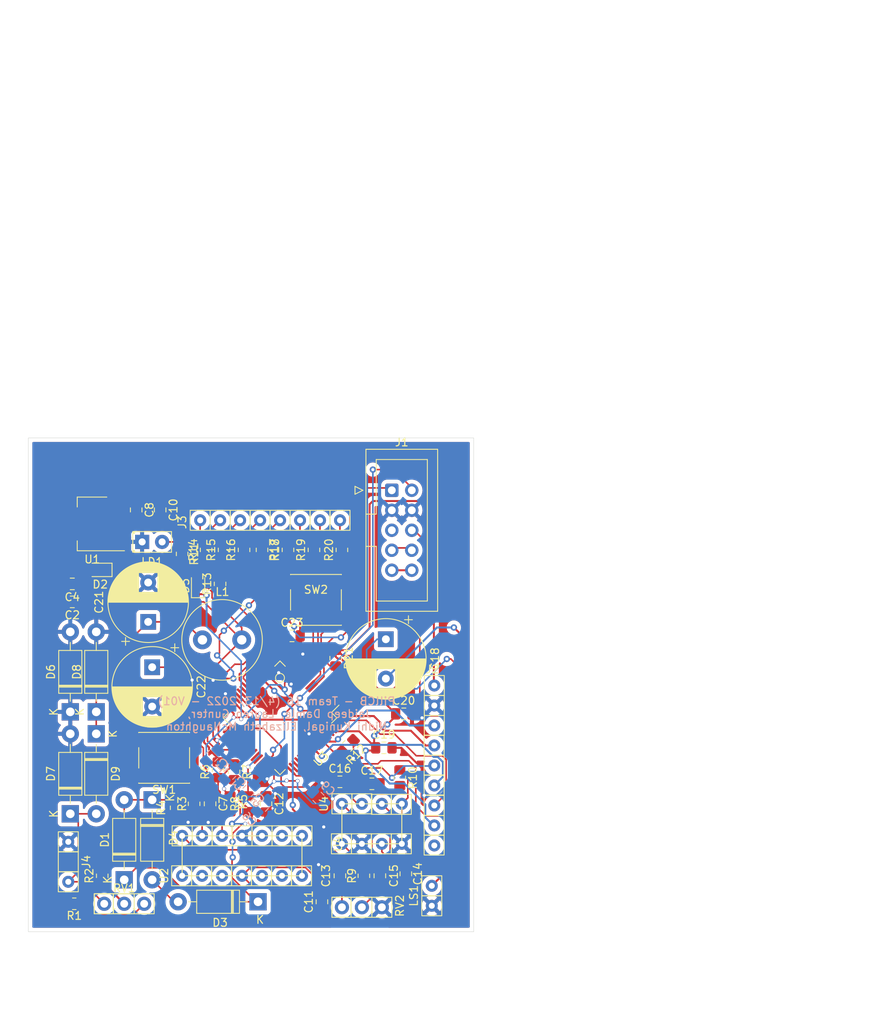
<source format=kicad_pcb>
(kicad_pcb (version 20211014) (generator pcbnew)
  (title_block (title "PillCB - Team 16") (date "2020-06-22") (rev "v01") (comment 4 "Jaideep Damle, Lauren Gunter, Nidhi Kunigal, Elizabeth McNaughton"))
  (layers (0 "F.Cu" signal) (1 "In1.Cu" signal "Ground.Cu") (2 "In2.Cu" signal "Power.Cu") (31 "B.Cu" signal) (34 "B.Paste" user) (35 "F.Paste" user) (36 "B.SilkS" user "B.Silkscreen") (37 "F.SilkS" user "F.Silkscreen") (38 "B.Mask" user) (39 "F.Mask" user) (44 "Edge.Cuts" user))
  (net 0 "")
  (net 1 "VCC")
  (net 2 "GND")
  (net 3 "Net-(RV2-Pad2)")
  (net 4 "Net-(C18-Pad1)")
  (net 5 "Net-(R9-Pad1)")
  (net 6 "Net-(C16-Pad1)")
  (net 7 "Net-(C15-Pad2)")
  (net 8 "5.5V")
  (net 9 "Net-(C7-Pad1)")
  (net 10 "Net-(R5-Pad2)")
  (net 11 "PB8")
  (net 12 "PB11")
  (net 13 "PB14")
  (net 14 "PB5")
  (net 15 "PB3")
  (net 16 "/ignore")
  (net 17 "/PC0")
  (net 18 "/PC1")
  (net 19 "/PC7")
  (net 20 "/PC2")
  (net 21 "/PC3")
  (net 22 "/PC4")
  (net 23 "/PC5")
  (net 24 "/PC6")
  (net 25 "/NRST")
  (net 26 "/BOOT0")
  (net 27 "Net-(C17-Pad1)")
  (net 28 "Net-(C15-Pad1)")
  (net 29 "/PB2")
  (net 30 "Net-(LD1-Pad2)")
  (net 31 "Net-(R2-Pad1)")
  (net 32 "Net-(R1-Pad1)")
  (net 33 "Net-(C13-Pad2)")
  (net 34 "Net-(C10-Pad1)")
  (net 35 "/PC13")
  (net 36 "/PC14")
  (net 37 "/PC15")
  (net 38 "/PF0")
  (net 39 "/PF1")
  (net 40 "/PA0")
  (net 41 "/PA1")
  (net 42 "/PA2")
  (net 43 "/PA3")
  (net 44 "/PA4")
  (net 45 "/PA5")
  (net 46 "/PA6")
  (net 47 "/PA7")
  (net 48 "/PB0")
  (net 49 "/PB1")
  (net 50 "/PB10")
  (net 51 "/PB12")
  (net 52 "/PB13")
  (net 53 "/PB15")
  (net 54 "/PC8")
  (net 55 "/PC9")
  (net 56 "/PA8")
  (net 57 "/PA9")
  (net 58 "/PA10")
  (net 59 "/PA11")
  (net 60 "/PA12")
  (net 61 "/PA13")
  (net 62 "/PA14")
  (net 63 "/PA15")
  (net 64 "/PC10")
  (net 65 "/PC11")
  (net 66 "/PC12")
  (net 67 "/PD2")
  (net 68 "/PB4")
  (net 69 "/PB6")
  (net 70 "/PB7")
  (net 71 "/PB9")
  (net 72 "Net-(D3-Pad2)")
  (net 73 "/U5V")
  (net 75 "/V3.3_IN")
  (net 76 "Net-(J3-Pad1)")
  (net 77 "Net-(J3-Pad2)")
  (net 78 "Net-(J3-Pad3)")
  (net 79 "Net-(J3-Pad4)")
  (net 80 "Net-(J3-Pad5)")
  (net 81 "Net-(J3-Pad6)")
  (net 82 "Net-(J3-Pad7)")
  (net 83 "Net-(J3-Pad8)")
  (net 84 "Net-(C18-Pad2)")
  (net 85 "3.3V")
  (net 86 "Net-(R3-Pad2)")
  (net 87 "Net-(C10-Pad2)")
  (net 88 "Net-(100mH1-Pad1)")
  (net 89 "Net-(R7-Pad2)")
  (footprint "local_models:J2" (layer "F.Cu") (at 118.64762 91.66476)
    (fp_text reference "J3")
    (fp_text value "Conn_01x08_Female")
  )
  (footprint "Capacitor_SMD:C_0805_2012Metric_Pad1.18x1.45mm_HandSolder" (layer "F.Cu") (at 135.65362 116.25676)
    (fp_text reference "C20")
    (fp_text value "10uF")
  )
  (footprint "Capacitor_THT:CP_Radial_D10.0mm_P5.00mm" (layer "F.Cu") (at 133.36762 106.777083 -90)
    (fp_text reference "C18")
    (fp_text value "220uF")
  )
  (footprint "Resistor_SMD:R_0805_2012Metric_Pad1.20x1.40mm_HandSolder" (layer "F.Cu") (at 120.92162 95.42876 90)
    (fp_text reference "R18")
    (fp_text value "1K")
  )
  (footprint "Diode_THT:D_DO-41_SOD81_P10.16mm_Horizontal" (layer "F.Cu") (at 117.11162 140.13276 180)
    (fp_text reference "D3")
    (fp_text value "1N522B")
  )
  (footprint "Capacitor_SMD:C_0805_2012Metric_Pad1.18x1.45mm_HandSolder" (layer "F.Cu") (at 132.60562 136.83076 90)
    (fp_text reference "C15")
    (fp_text value "10uF")
  )
  (footprint "Capacitor_SMD:C_0805_2012Metric_Pad1.18x1.45mm_HandSolder" (layer "F.Cu") (at 93.48962 99.74676 180)
    (fp_text reference "C4")
    (fp_text value ".1uF")
  )
  (footprint "Diode_SMD:D_SOD-323" (layer "F.Cu") (at 109.49162 100.00076 90)
    (fp_text reference "D5")
    (fp_text value "BAT60JFILM")
  )
  (footprint "Capacitor_SMD:C_0805_2012Metric_Pad1.18x1.45mm_HandSolder" (layer "F.Cu") (at 127.52562 124.89276)
    (fp_text reference "C16")
    (fp_text value "10uF")
  )
  (footprint "local_models:potentiometer" (layer "F.Cu") (at 97.55362 140.38676 -90)
    (fp_text reference "RV1")
    (fp_text value "R_Potentiometer_10k")
  )
  (footprint "local_models:J1" (layer "F.Cu") (at 92.98162 135.05276 90)
    (fp_text reference "J4")
    (fp_text value "Conn_01x02_Female")
  )
  (footprint "Capacitor_SMD:C_0805_2012Metric_Pad1.18x1.45mm_HandSolder" (layer "F.Cu") (at 118.12762 127.68676 -90)
    (fp_text reference "C12")
    (fp_text value ".1uF")
  )
  (footprint "Diode_THT:D_DO-41_SOD81_P10.16mm_Horizontal" (layer "F.Cu") (at 93.23562 128.95676 90)
    (fp_text reference "D7")
    (fp_text value "1N5819")
  )
  (footprint "Button_Switch_SMD:SW_SPST_PTS645" (layer "F.Cu") (at 105.17362 121.84476 180)
    (fp_text reference "SW1")
    (fp_text value "SW_Push")
  )
  (footprint "Resistor_SMD:R_0805_2012Metric_Pad1.20x1.40mm_HandSolder" (layer "F.Cu") (at 108.98362 127.68676 90)
    (fp_text reference "R3")
    (fp_text value "10k")
  )
  (footprint "Inductor_THT:L_Radial_D10.0mm_P5.00mm_Neosid_SD12_style3" (layer "F.Cu") (at 110.03962 106.85876)
    (fp_text reference "100mH1")
    (fp_text value "INDUCTOR")
  )
  (footprint "Resistor_SMD:R_0805_2012Metric_Pad1.20x1.40mm_HandSolder" (layer "F.Cu") (at 106.69762 128.19476 -90)
    (fp_text reference "R4")
    (fp_text value "1M")
  )
  (footprint "Diode_THT:D_DO-41_SOD81_P10.16mm_Horizontal" (layer "F.Cu") (at 96.53762 118.79676 -90)
    (fp_text reference "D9")
    (fp_text value "1N5819")
  )
  (footprint "Resistor_SMD:R_0805_2012Metric_Pad1.20x1.40mm_HandSolder" (layer "F.Cu") (at 115.84162 127.68676 90)
    (fp_text reference "R8")
    (fp_text value "2.2k")
  )
  (footprint "local_models:LS1" (layer "F.Cu") (at 139.20962 139.37076 -90)
    (fp_text reference "LS1")
    (fp_text value "Speaker")
  )
  (footprint "Button_Switch_SMD:SW_SPST_PTS645" (layer "F.Cu") (at 124.47762 101.77876)
    (fp_text reference "SW2")
    (fp_text value "SW_Push")
  )
  (footprint "Resistor_SMD:R_0805_2012Metric_Pad1.20x1.40mm_HandSolder" (layer "F.Cu") (at 130.57362 136.83076 -90)
    (fp_text reference "R9")
    (fp_text value "1.2K")
  )
  (footprint "Resistor_SMD:R_0805_2012Metric_Pad1.20x1.40mm_HandSolder" (layer "F.Cu") (at 113.55562 127.68676 -90)
    (fp_text reference "R5")
    (fp_text value "10k")
  )
  (footprint "Resistor_SMD:R_0805_2012Metric_Pad1.20x1.40mm_HandSolder" (layer "F.Cu") (at 107.45962 95.93676 -90)
    (fp_text reference "R11")
    (fp_text value "1k")
  )
  (footprint "local_models:U2" (layer "F.Cu") (at 115.07962 134.29076 90)
    (fp_text reference "U2")
    (fp_text value "LM324")
  )
  (footprint "Capacitor_SMD:C_0805_2012Metric_Pad1.18x1.45mm_HandSolder" (layer "F.Cu") (at 133.11362 120.57476)
    (fp_text reference "C19")
    (fp_text value ".1uF")
  )
  (footprint "Capacitor_SMD:C_0805_2012Metric_Pad1.18x1.45mm_HandSolder" (layer "F.Cu") (at 125.23962 140.13276 90)
    (fp_text reference "C11")
    (fp_text value ".1uF")
  )
  (footprint "Package_QFP:LQFP-64_10x10mm_P0.5mm" (layer "F.Cu") (at 119.90562 116.76476 -135)
    (fp_text reference "U3")
    (fp_text value "STM32F091RCTx")
  )
  (footprint "Diode_THT:D_DO-41_SOD81_P10.16mm_Horizontal" (layer "F.Cu") (at 100.09362 137.33876 90)
    (fp_text reference "D1")
    (fp_text value "1N5819")
  )
  (footprint "Resistor_SMD:R_0805_2012Metric_Pad1.20x1.40mm_HandSolder" (layer "F.Cu") (at 112.03162 123.36876 90)
    (fp_text reference "R6")
    (fp_text value "120k")
  )
  (footprint "local_models:potentiometer" (layer "F.Cu") (at 127.77962 140.83126 -90)
    (fp_text reference "RV2")
    (fp_text value "R_Potentiometer_10k")
  )
  (footprint "LED_THT:LED_D2.0mm_W4.8mm_H2.5mm_FlatTop" (layer "F.Cu") (at 102.37462 94.41276)
    (fp_text reference "LD1")
    (fp_text value "LED_Green")
  )
  (footprint "Resistor_SMD:R_0805_2012Metric_Pad1.20x1.40mm_HandSolder" (layer "F.Cu") (at 124.22362 95.42876 90)
    (fp_text reference "R19")
    (fp_text value "1K")
  )
  (footprint "Capacitor_SMD:C_0805_2012Metric_Pad1.18x1.45mm_HandSolder" (layer "F.Cu") (at 121.42962 106.35076)
    (fp_text reference "C23")
    (fp_text value ".1uF")
  )
  (footprint "Capacitor_SMD:C_0805_2012Metric_Pad1.18x1.45mm_HandSolder" (layer "F.Cu") (at 93.48962 102.03276 180)
    (fp_text reference "C2")
    (fp_text value "22uF")
  )
  (footprint "Resistor_SMD:R_0805_2012Metric_Pad1.20x1.40mm_HandSolder" (layer "F.Cu") (at 127.77962 95.42876 90)
    (fp_text reference "R20")
    (fp_text value "1K")
  )
  (footprint "Capacitor_THT:CP_Radial_D10.0mm_P5.00mm" (layer "F.Cu") (at 103.64962 110.333083 -90)
    (fp_text reference "C22")
    (fp_text value "100uF")
  )
  (footprint "Package_TO_SOT_SMD:SOT-223-3_TabPin2" (layer "F.Cu") (at 96.02962 92.12676 180)
    (fp_text reference "U1")
    (fp_text value "LD1117S33TR_SOT223")
  )
  (footprint "Capacitor_THT:CP_Radial_D10.0mm_P5.00mm" (layer "F.Cu") (at 103.14162 104.57276 90)
    (fp_text reference "C21")
    (fp_text value "100uF")
  )
  (footprint "Capacitor_SMD:C_0805_2012Metric_Pad1.18x1.45mm_HandSolder" (layer "F.Cu") (at 135.90762 136.57676 90)
    (fp_text reference "C14")
    (fp_text value ".1uF")
  )
  (footprint "Resistor_SMD:R_0805_2012Metric_Pad1.20x1.40mm_HandSolder" (layer "F.Cu") (at 93.74362 140.38676 180)
    (fp_text reference "R1")
    (fp_text value "10k")
  )
  (footprint "Capacitor_SMD:C_0805_2012Metric_Pad1.18x1.45mm_HandSolder" (layer "F.Cu") (at 127.52562 136.83076 -90)
    (fp_text reference "C13")
    (fp_text value "10uF")
  )
  (footprint "Resistor_SMD:R_0805_2012Metric_Pad1.20x1.40mm_HandSolder" (layer "F.Cu") (at 126.98762 109.17476 -90)
    (fp_text reference "R21")
    (fp_text value "100K")
  )
  (footprint "Capacitor_SMD:C_0805_2012Metric_Pad1.18x1.45mm_HandSolder" (layer "F.Cu") (at 101.61762 90.34876 -90)
    (fp_text reference "C8")
    (fp_text value ".1uF")
  )
  (footprint "Diode_THT:D_DO-41_SOD81_P10.16mm_Horizontal" (layer "F.Cu") (at 93.23562 116.00276 90)
    (fp_text reference "D6")
    (fp_text value "1N5819")
  )
  (footprint "Diode_THT:D_DO-41_SOD81_P10.16mm_Horizontal" (layer "F.Cu") (at 103.64962 127.17876 -90)
    (fp_text reference "D4")
    (fp_text value "1N5819")
  )
  (footprint "Diode_SMD:D_SOD-323" (layer "F.Cu") (at 97.04562 97.96876 180)
    (fp_text reference "D2")
    (fp_text value "BAT60JFILM")
  )
  (footprint "Resistor_SMD:R_0805_2012Metric_Pad1.20x1.40mm_HandSolder" (layer "F.Cu") (at 112.79362 95.42876 90)
    (fp_text reference "R15")
    (fp_text value "1K")
  )
  (footprint "Resistor_SMD:R_0805_2012Metric_Pad1.20x1.40mm_HandSolder" (layer "F.Cu") (at 115.33362 95.42876 90)
    (fp_text reference "R16")
    (fp_text value "1K")
  )
  (footprint "Resistor_SMD:R_0805_2012Metric_Pad1.20x1.40mm_HandSolder" (layer "F.Cu") (at 114.06362 123.62276 -90)
    (fp_text reference "R7")
    (fp_text value "12k")
  )
  (footprint "Diode_THT:D_DO-41_SOD81_P10.16mm_Horizontal" (layer "F.Cu") (at 96.53762 116.00276 90)
    (fp_text reference "D8")
    (fp_text value "1N5819")
  )
  (footprint "Capacitor_SMD:C_0805_2012Metric_Pad1.18x1.45mm_HandSolder" (layer "F.Cu") (at 131.58962 125.14676)
    (fp_text reference "C17")
    (fp_text value ".1uF")
  )
  (footprint "local_models:U4" (layer "F.Cu") (at 131.58962 130.22676 90)
    (fp_text reference "U4")
    (fp_text value "LM386")
  )
  (footprint "Resistor_SMD:R_0805_2012Metric_Pad1.20x1.40mm_HandSolder" (layer "F.Cu") (at 135.14562 124.38476 -90)
    (fp_text reference "R10")
    (fp_text value "10")
  )
  (footprint "Resistor_SMD:R_0805_2012Metric_Pad1.20x1.40mm_HandSolder" (layer "F.Cu") (at 117.61962 95.42876 90)
    (fp_text reference "R17")
    (fp_text value "1K")
  )
  (footprint "Resistor_SMD:R_0805_2012Metric_Pad1.20x1.40mm_HandSolder" (layer "F.Cu") (at 112.28562 99.74676 90)
    (fp_text reference "R13")
    (fp_text value "1K")
  )
  (footprint "Resistor_SMD:R_0805_2012Metric_Pad1.20x1.40mm_HandSolder" (layer "F.Cu") (at 110.50762 95.42876 90)
    (fp_text reference "R14")
    (fp_text value "1K")
  )
  (footprint "local_models:J3" (layer "F.Cu") (at 140.798245 122.79476)
    (fp_text reference "J2")
    (fp_text value "Conn_01x09_Female")
  )
  (footprint "Connector_IDC:IDC-Header_2x05_P2.54mm_Vertical" (layer "F.Cu") (at 134.12512 87.85476)
    (fp_text reference "J1")
    (fp_text value "Conn_02x05_Odd_Even")
  )
  (footprint "Capacitor_SMD:C_0805_2012Metric_Pad1.18x1.45mm_HandSolder" (layer "F.Cu") (at 111.01562 127.68676 -90)
    (fp_text reference "C7")
    (fp_text value ".1uF")
  )
  (footprint "Resistor_SMD:R_0805_2012Metric_Pad1.20x1.40mm_HandSolder" (layer "F.Cu") (at 97.29962 136.83076 90)
    (fp_text reference "R2")
    (fp_text value "10k")
  )
  (footprint "Capacitor_SMD:C_0805_2012Metric_Pad1.18x1.45mm_HandSolder" (layer "F.Cu") (at 104.66562 90.34876 -90)
    (fp_text reference "C10")
    (fp_text value "22uF")
  )
  (footprint "Resistor_SMD:R_0805_2012Metric_Pad1.20x1.40mm_HandSolder" (layer "F.Cu") (at 128.54162 120.32076 45)
    (fp_text reference "R12")
    (fp_text value "100K")
  )
  (footprint "Capacitor_SMD:C_0805_2012Metric_Pad1.18x1.45mm_HandSolder" (layer "B.Cu") (at 111.26962 121.59076 45)
    (fp_text reference "C1")
    (fp_text value ".1uF")
  )
  (footprint "Capacitor_SMD:C_0805_2012Metric_Pad1.18x1.45mm_HandSolder" (layer "B.Cu") (at 117.711497 127.94076 45)
    (fp_text reference "C6")
    (fp_text value ".1uF")
  )
  (footprint "Capacitor_SMD:C_0805_2012Metric_Pad1.18x1.45mm_HandSolder" (layer "B.Cu") (at 113.55562 123.87676 45)
    (fp_text reference "C3")
    (fp_text value ".1uF")
  )
  (footprint "Capacitor_SMD:C_0805_2012Metric_Pad1.18x1.45mm_HandSolder" (layer "B.Cu") (at 124.79512 126.92476 135)
    (fp_text reference "C9")
    (fp_text value ".1uF")
  )
  (footprint "Capacitor_SMD:C_0805_2012Metric_Pad1.18x1.45mm_HandSolder" (layer "B.Cu") (at 115.90512 126.03576 45)
    (fp_text reference "C5")
    (fp_text value ".1uF")
  )
  (gr_circle (center 119.90562 111.68476) (end 120.41362 111.93876) (layer "F.SilkS") (width 0.12) (fill none))
  (gr_rect (start 87.90162 143.94276) (end 144.54362 81.20476) (layer "Edge.Cuts") (width 0.05) (fill none))
  (gr_text "PillCB - Team 16 (4/13/2022 - V01)\nJaideep Damle, Lauren Gunter, \nNidhi Kunigal, Elizabeth McNaughton" (at 119.46112 116.25676) (layer "B.SilkS") (effects (font (size 1 1)) (justify mirror)))
  (segment (start 92.98162 137.59276) (end 94.25162 136.32276) (width 0.2) (layer "F.Cu") (net 1))
  (segment (start 94.25162 136.32276) (end 94.25162 129.97276) (width 0.2) (layer "F.Cu") (net 1))
  (segment (start 94.75962 137.59276) (end 97.55362 140.38676) (width 0.2) (layer "F.Cu") (net 1))
  (segment (start 93.23562 128.95676) (end 96.53762 128.95676) (width 0.2) (layer "F.Cu") (net 1))
  (segment (start 92.98162 137.59276) (end 94.75962 137.59276) (width 0.2) (layer "F.Cu") (net 1))
  (segment (start 94.25162 129.97276) (end 93.23562 128.95676) (width 0.2) (layer "F.Cu") (net 1))
  (segment (start 121.716094 112.479412) (end 122.681014 111.514492) (width 0.2) (layer "F.Cu") (net 2))
  (segment (start 120.96762 102.60476) (end 122.46712 104.10426) (width 0.25) (layer "F.Cu") (net 2))
  (segment (start 110.253131 119.890633) (end 110.253131 118.450271) (width 0.25) (layer "F.Cu") (net 2))
  (segment (start 117.621911 123.644663) (end 117.621911 124.026315) (width 0.2) (layer "F.Cu") (net 2))
  (segment (start 120.49762 101.39476) (end 120.96762 101.86476) (width 0.25) (layer "F.Cu") (net 2))
  (segment (start 111.898828 119.610664) (end 111.39762 119.109456) (width 0.2) (layer "F.Cu") (net 2))
  (segment (start 108.72762 116.92476) (end 108.72762 111.96476) (width 0.25) (layer "F.Cu") (net 2))
  (segment (start 101.19362 124.09476) (end 109.15362 124.09476) (width 0.2) (layer "F.Cu") (net 2))
  (segment (start 136.59812 137.61426) (end 135.90762 137.61426) (width 0.25) (layer "F.Cu") (net 2))
  (segment (start 120.96762 101.86476) (end 120.96762 102.60476) (width 0.25) (layer "F.Cu") (net 2))
  (segment (start 110.253131 118.450271) (end 108.72762 116.92476) (width 0.25) (layer "F.Cu") (net 2))
  (segment (start 119.30212 126.38476) (end 119.30212 127.54976) (width 0.2) (layer "F.Cu") (net 2))
  (segment (start 111.39762 119.109456) (end 111.39762 111.98476) (width 0.2) (layer "F.Cu") (net 2))
  (segment (start 107.53812 130.03526) (end 106.69762 129.19476) (width 0.25) (layer "F.Cu") (net 2))
  (segment (start 112.03162 122.36876) (end 112.03162 121.92876) (width 0.25) (layer "F.Cu") (net 2))
  (segment (start 124.22562 118.79476) (end 123.59762 118.79476) (width 0.2) (layer "F.Cu") (net 2))
  (segment (start 125.647573 117.910519) (end 125.109861 117.910519) (width 0.2) (layer "F.Cu") (net 2))
  (segment (start 137.93962 123.16676) (end 137.93962 126.302449) (width 0.25) (layer "F.Cu") (net 2))
  (segment (start 128.56312 124.89276) (end 129.33364 124.12224) (width 0.2) (layer "F.Cu") (net 2))
  (segment (start 129.23762 119.62476) (end 129.248727 119.613653) (width 0.2) (layer "F.Cu") (net 2))
  (segment (start 135.6826 137.83928) (end 135.90762 137.61426) (width 0.25) (layer "F.Cu") (net 2))
  (segment (start 118.190886 123.075688) (end 117.621911 123.644663) (width 0.2) (layer "F.Cu") (net 2))
  (segment (start 122.46712 106.35076) (end 122.46712 108.32426) (width 0.2) (layer "F.Cu") (net 2))
  (segment (start 121.32762 112.479412) (end 121.716094 112.479412) (width 0.2) (layer "F.Cu") (net 2))
  (segment (start 110.87762 120.77476) (end 110.87762 120.515122) (width 0.25) (layer "F.Cu") (net 2))
  (segment (start 131.6026 124.12224) (end 132.62712 125.14676) (width 0.2) (layer "F.Cu") (net 2))
  (segment (start 134.15112 120.57476) (end 135.34762 120.57476) (width 0.25) (layer "F.Cu") (net 2))
  (segment (start 119.30212 126.06726) (end 119.30212 126.38476) (width 0.2) (layer "F.Cu") (net 2))
  (segment (start 127.5386 123.86824) (end 125.90414 123.86824) (width 0.2) (layer "F.Cu") (net 2))
  (segment (start 129.23762 121.90726) (end 129.23762 119.62476) (width 0.2) (layer "F.Cu") (net 2))
  (segment (start 112.968112 113.70476) (end 112.968112 114.423446) (width 0.2) (layer "F.Cu") (net 2))
  (segment (start 126.581867 127.050513) (end 126.581867 129.029007) (width 0.2) (layer "F.Cu") (net 2))
  (segment (start 118.270176 125.035316) (end 119.30212 126.06726) (width 0.2) (layer "F.Cu") (net 2))
  (segment (start 118.1078 124.512204) (end 118.270176 124.512204) (width 0.2) (layer "F.Cu") (net 2))
  (segment (start 110.77762 128.96226) (end 111.01562 128.72426) (width 0.25) (layer "F.Cu") (net 2))
  (segment (start 136.69112 116.25676) (end 137.45962 116.25676) (width 0.2) (layer "F.Cu") (net 2))
  (segment (start 118.270176 124.512204) (end 118.270176 125.035316) (width 0.2) (layer "F.Cu") (net 2))
  (segment (start 126.581867 129.029007) (end 126.581867 129.510513) (width 0.2) (layer "F.Cu") (net 2))
  (segment (start 137.93962 126.302449) (end 138.249776 126.612605) (width 0.25) (layer "F.Cu") (net 2))
  (segment (start 118.767466 111.030412) (end 119.73762 111.030412) (width 0.2) (layer "F.Cu") (net 2))
  (segment (start 124.80762 138.66326) (end 125.23962 139.09526) (width 0.2) (layer "F.Cu") (net 2))
  (segment (start 112.03162 121.92876) (end 110.87762 120.77476) (width 0.25) (layer "F.Cu") (net 2))
  (segment (start 110.77762 130.04476) (end 110.77762 128.96226) (width 0.25) (layer "F.Cu") (net 2))
  (segment (start 110.87762 120.515122) (end 110.253131 119.890633) (width 0.25) (layer "F.Cu") (net 2))
  (segment (start 125.109861 117.910519) (end 124.22562 118.79476) (width 0.2) (layer "F.Cu") (net 2))
  (segment (start 125.90414 123.86824) (end 125.25762 124.51476) (width 0.2) (layer "F.Cu") (net 2))
  (segment (start 122.46712 108.32426) (end 122.80762 108.66476) (width 0.2) (layer "F.Cu") (net 2))
  (segment (start 119.30212 127.54976) (end 118.12762 128.72426) (width 0.2) (layer "F.Cu") (net 2))
  (segment (start 122.46712 104.10426) (end 122.46712 106.35076) (width 0.25) (layer "F.Cu") (net 2))
  (segment (start 112.968112 114.423446) (end 113.594692 115.050026) (width 0.2) (layer "F.Cu") (net 2))
  (segment (start 125.25762 124.51476) (end 125.25762 125.03476) (width 0.2) (layer "F.Cu") (net 2))
  (segment (start 135.34762 120.57476) (end 137.93962 123.16676) (width 0.25) (layer "F.Cu") (net 2))
  (segment (start 120.49762 99.52876) (end 120.49762 101.39476) (width 0.25) (layer "F.Cu") (net 2))
  (segment (start 137.45962 116.25676) (end 137.96762 116.76476) (width 0.2) (layer "F.Cu") (net 2))
  (segment (start 126.369023 118.703357) (end 126.369023 118.631969) (width 0.2) (layer "F.Cu") (net 2))
  (segment (start 126.216548 118.479494) (end 125.647573 117.910519) (width 0.2) (layer "F.Cu") (net 2))
  (segment (start 126.369023 118.631969) (end 126.216548 118.479494) (width 0.2) (layer "F.Cu") (net 2))
  (segment (start 129.33364 124.12224) (end 131.6026 124.12224) (width 0.2) (layer "F.Cu") (net 2))
  (segment (start 126.581867 129.510513) (end 125.46762 130.62476) (width 0.2) (layer "F.Cu") (net 2))
  (segment (start 138.205465 126.612605) (end 138.249776 126.612605) (width 0.25) (layer "F.Cu") (net 2))
  (segment (start 128.56312 124.89276) (end 127.5386 123.86824) (width 0.2) (layer "F.Cu") (net 2))
  (segment (start 108.22162 130.03526) (end 107.53812 130.03526) (width 0.25) (layer "F.Cu") (net 2))
  (segment (start 117.621911 124.026315) (end 118.1078 124.512204) (width 0.2) (layer "F.Cu") (net 2))
  (segment (start 118.190886 110.453832) (end 118.767466 111.030412) (width 0.2) (layer "F.Cu") (net 2))
  (via (at 121.32762 112.479412) (size 0.8) (drill 0.4) (layers "F.Cu" "B.Cu") (net 2))
  (via (at 129.23762 121.90726) (size 0.8) (drill 0.4) (layers "F.Cu" "B.Cu") (net 2))
  (via (at 112.968112 113.70476) (size 0.5) (drill 0.4) (layers "F.Cu" "B.Cu") (net 2))
  (via (at 126.581867 127.050513) (size 0.5) (drill 0.4) (layers "F.Cu" "B.Cu") (net 2))
  (via (at 111.39762 111.98476) (size 0.5) (drill 0.4) (layers "F.Cu" "B.Cu") (net 2))
  (via (at 118.270176 124.512204) (size 0.5) (drill 0.4) (layers "F.Cu" "B.Cu") (net 2))
  (via (at 119.30212 126.38476) (size 0.5) (drill 0.4) (layers "F.Cu" "B.Cu") (net 2))
  (via (at 123.59762 118.79476) (size 0.8) (drill 0.4) (layers "F.Cu" "B.Cu") (net 2))
  (via (at 111.898828 119.610664) (size 0.5) (drill 0.4) (layers "F.Cu" "B.Cu") (net 2))
  (via (at 108.72762 111.96476) (size 0.8) (drill 0.4) (layers "F.Cu" "B.Cu") (net 2))
  (via (at 119.73762 111.030412) (size 0.8) (drill 0.4) (layers "F.Cu" "B.Cu") (net 2))
  (via (at 124.80762 135.41476) (size 0.8) (drill 0.4) (layers "F.Cu" "B.Cu") (net 2))
  (via (at 110.77762 130.04476) (size 0.8) (drill 0.4) (layers "F.Cu" "B.Cu") (net 2))
  (via (at 122.80762 108.66476) (size 0.8) (drill 0.4) (layers "F.Cu" "B.Cu") (net 2))
  (via (at 125.46762 130.62476) (size 0.8) (drill 0.4) (layers "F.Cu" "B.Cu") (net 2))
  (via (at 138.249776 126.612605) (size 0.8) (drill 0.4) (layers "F.Cu" "B.Cu") (net 2))
  (via (at 125.25762 125.03476) (size 0.5) (drill 0.4) (layers "F.Cu" "B.Cu") (net 2))
  (via (at 108.22162 130.03526) (size 0.8) (drill 0.4) (layers "F.Cu" "B.Cu") (net 2))
  (via (at 137.96762 116.76476) (size 0.5) (drill 0.4) (layers "F.Cu" "B.Cu") (net 2))
  (segment (start 122.80762 108.66476) (end 121.32762 110.14476) (width 0.2) (layer "B.Cu") (net 2))
  (segment (start 125.46762 130.62476) (end 124.80762 131.28476) (width 0.2) (layer "B.Cu") (net 2))
  (segment (start 111.39762 111.98476) (end 112.968112 113.555252) (width 0.2) (layer "B.Cu") (net 2))
  (segment (start 140.597807 116.265573) (end 139.528245 115.196011) (width 0.25) (layer "B.Cu") (net 2))
  (segment (start 138.249776 126.612605) (end 139.808211 126.612605) (width 0.25) (layer "B.Cu") (net 2))
  (segment (start 112.003243 120.857137) (end 112.003243 119.715079) (width 0.2) (layer "B.Cu") (net 2))
  (segment (start 108.72762 111.96476) (end 111.37762 111.96476) (width 0.25) (layer "B.Cu") (net 2))
  (segment (start 121.32762 110.14476) (end 121.32762 112.479412) (width 0.2) (layer "B.Cu") (net 2))
  (segment (start 111.37762 111.96476) (end 111.39762 111.98476) (width 0.25) (layer "B.Cu") (net 2))
  (segment (start 119.87862 111.030412) (end 121.32762 112.479412) (width 0.2) (layer "B.Cu") (net 2))
  (segment (start 112.968112 113.555252) (end 112.968112 113.70476) (width 0.2) (layer "B.Cu") (net 2))
  (segment (start 125.25762 125.03476) (end 125.25762 125.726266) (width 0.2) (layer "B.Cu") (net 2))
  (segment (start 108.22162 130.03526) (end 108.23112 130.04476) (width 0.25) (layer "B.Cu") (net 2))
  (segment (start 137.96762 116.76476) (end 137.971496 116.76476) (width 0.2) (layer "B.Cu") (net 2))
  (segment (start 112.003243 119.715079) (end 111.898828 119.610664) (width 0.2) (layer "B.Cu") (net 2))
  (segment (start 117.428676 124.512204) (end 116.638743 125.302137) (width 0.2) (layer "B.Cu") (net 2))
  (segment (start 139.808211 126.612605) (end 141.49562 124.925196) (width 0.25) (layer "B.Cu") (net 2))
  (segment (start 119.73762 111.030412) (end 119.87862 111.030412) (width 0.2) (layer "B.Cu") (net 2))
  (segment (start 124.80762 131.28476) (end 124.80762 135.41476) (width 0.2) (layer "B.Cu") (net 2))
  (segment (start 118.479743 127.207137) (end 119.30212 126.38476) (width 0.2) (layer "B.Cu") (net 2))
  (segment (start 108.23112 130.04476) (end 110.77762 130.04476) (width 0.25) (layer "B.Cu") (net 2))
  (segment (start 118.44512 127.207137) (end 118.479743 127.207137) (width 0.2) (layer "B.Cu") (net 2))
  (segment (start 141.49562 124.925196) (end 141.49562 117.163386) (width 0.25) (layer "B.Cu") (net 2))
  (segment (start 118.270176 124.512204) (end 117.428676 124.512204) (width 0.2) (layer "B.Cu") (net 2))
  (segment (start 125.25762 125.726266) (end 126.581867 127.050513) (width 0.2) (layer "B.Cu") (net 2))
  (segment (start 141.49562 117.163386) (end 140.597807 116.265573) (width 0.25) (layer "B.Cu") (net 2))
  (segment (start 133.308238 138.75528) (end 133.63014 138.433378) (width 0.2) (layer "F.Cu") (net 3))
  (segment (start 130.31962 140.83126) (end 132.3956 138.75528) (width 0.2) (layer "F.Cu") (net 3))
  (segment (start 133.63014 138.433378) (end 133.63014 134.55328) (width 0.2) (layer "F.Cu") (net 3))
  (segment (start 133.63014 134.55328) (end 132.85962 133.78276) (width 0.2) (layer "F.Cu") (net 3))
  (segment (start 132.3956 138.75528) (end 133.308238 138.75528) (width 0.2) (layer "F.Cu") (net 3))
  (segment (start 132.85962 133.78276) (end 132.85962 132.76676) (width 0.2) (layer "F.Cu") (net 3))
  (segment (start 130.31962 140.83126) (end 131.090837 140.83126) (width 0.2) (layer "F.Cu") (net 3))
  (segment (start 139.93562 135.30676) (end 142.25762 132.98476) (width 0.2) (layer "F.Cu") (net 4))
  (segment (start 142.25762 132.98476) (end 142.25762 109.90676) (width 0.2) (layer "F.Cu") (net 4))
  (segment (start 137.95762 133.36476) (end 137.95762 134.30876) (width 0.2) (layer "F.Cu") (net 4))
  (segment (start 135.39962 130.80676) (end 137.95762 133.36476) (width 0.2) (layer "F.Cu") (net 4))
  (segment (start 135.14562 123.38476) (end 136.161619 124.400759) (width 0.2) (layer "F.Cu") (net 4))
  (segment (start 136.161619 124.400759) (end 136.161619 126.924761) (width 0.2) (layer "F.Cu") (net 4))
  (segment (start 136.161619 126.924761) (end 135.39962 127.68676) (width 0.2) (layer "F.Cu") (net 4))
  (segment (start 135.39962 127.68676) (end 135.39962 130.80676) (width 0.2) (layer "F.Cu") (net 4))
  (segment (start 141.63562 109.28476) (end 141.11762 109.28476) (width 0.2) (layer "F.Cu") (net 4))
  (segment (start 137.95762 134.30876) (end 138.95562 135.30676) (width 0.2) (layer "F.Cu") (net 4))
  (segment (start 138.95562 135.30676) (end 139.93562 135.30676) (width 0.2) (layer "F.Cu") (net 4))
  (segment (start 142.25762 109.90676) (end 141.63562 109.28476) (width 0.2) (layer "F.Cu") (net 4))
  (via (at 141.11762 109.28476) (size 0.8) (drill 0.4) (layers "F.Cu" "B.Cu") (net 4))
  (segment (start 130.92762 108.10476) (end 130.92762 112.29276) (width 0.2) (layer "B.Cu") (net 4))
  (segment (start 133.36762 106.777083) (end 132.255297 106.777083) (width 0.2) (layer "B.Cu") (net 4))
  (segment (start 131.711454 113.076594) (end 137.325786 113.076594) (width 0.2) (layer "B.Cu") (net 4))
  (segment (start 137.325786 113.076594) (end 141.11762 109.28476) (width 0.2) (layer "B.Cu") (net 4))
  (segment (start 132.255297 106.777083) (end 130.92762 108.10476) (width 0.2) (layer "B.Cu") (net 4))
  (segment (start 130.92762 112.29276) (end 131.711454 113.076594) (width 0.2) (layer "B.Cu") (net 4))
  (segment (start 130.57362 135.83076) (end 130.57362 135.56076) (width 0.2) (layer "F.Cu") (net 5))
  (segment (start 130.57362 135.56076) (end 127.77962 132.76676) (width 0.2) (layer "F.Cu") (net 5))
  (segment (start 129.767482 127.68676) (end 130.31962 127.68676) (width 0.2) (layer "F.Cu") (net 6))
  (segment (start 126.48812 124.89276) (end 126.973482 124.89276) (width 0.2) (layer "F.Cu") (net 6))
  (segment (start 126.973482 124.89276) (end 129.767482 127.68676) (width 0.2) (layer "F.Cu") (net 6))
  (segment (start 131.58962 130.48076) (end 130.82762 129.71876) (width 0.2) (layer "F.Cu") (net 7))
  (segment (start 132.60562 134.79876) (end 131.58962 133.78276) (width 0.2) (layer "F.Cu") (net 7))
  (segment (start 131.58962 133.78276) (end 131.58962 130.48076) (width 0.2) (layer "F.Cu") (net 7))
  (segment (start 129.81162 129.71876) (end 127.77962 127.68676) (width 0.2) (layer "F.Cu") (net 7))
  (segment (start 130.82762 129.71876) (end 129.81162 129.71876) (width 0.2) (layer "F.Cu") (net 7))
  (segment (start 132.60562 135.79326) (end 132.60562 134.79876) (width 0.2) (layer "F.Cu") (net 7))
  (segment (start 106.00762 90.36476) (end 99.71762 90.36476) (width 0.2) (layer "F.Cu") (net 8))
  (segment (start 133.921139 128.748279) (end 133.921139 133.552779) (width 0.2) (layer "F.Cu") (net 8))
  (segment (start 108.50762 96.00476) (end 108.50762 94.07476) (width 0.2) (layer "F.Cu") (net 8))
  (segment (start 124.09662 136.726556) (end 123.139313 135.769249) (width 0.2) (layer "F.Cu") (net 8))
  (segment (start 106.44362 90.80076) (end 106.00762 90.36476) (width 0.2) (layer "F.Cu") (net 8))
  (segment (start 116.141131 135.769249) (end 115.07962 136.83076) (width 0.2) (layer "F.Cu") (net 8))
  (segment (start 133.921139 133.552779) (end 135.90762 135.53926) (width 0.2) (layer "F.Cu") (net 8))
  (segment (start 116.60362 138.35476) (end 118.50862 138.35476) (width 0.2) (layer "F.Cu") (net 8))
  (segment (start 134.88087 136.56601) (end 135.90762 135.53926) (width 0.2) (layer "F.Cu") (net 8))
  (segment (start 107.45962 97.96876) (end 109.74562 100.25476) (width 0.2) (layer "F.Cu") (net 8))
  (segment (start 92.39962 142.34476) (end 90.69562 140.64076) (width 0.2) (layer "F.Cu") (net 8))
  (segment (start 110.21362 102.03276) (end 94.52712 102.03276) (width 0.2) (layer "F.Cu") (net 8))
  (segment (start 107.45962 96.93676) (end 107.45962 97.96876) (width 0.2) (layer "F.Cu") (net 8))
  (segment (start 109.74562 100.25476) (end 110.76162 100.25476) (width 0.2) (layer "F.Cu") (net 8))
  (segment (start 126.74212 142.67276) (end 133.36762 142.67276) (width 0.2) (layer "F.Cu") (net 8))
  (segment (start 132.85962 127.68676) (end 133.921139 128.748279) (width 0.2) (layer "F.Cu") (net 8))
  (segment (start 103.64962 110.333083) (end 111.565297 110.333083) (width 0.2) (layer "F.Cu") (net 8))
  (segment (start 90.94962 103.81076) (end 92.74912 103.81076) (width 0.2) (layer "F.Cu") (net 8))
  (segment (start 119.39762 139.24376) (end 119.39762 140.89476) (width 0.2) (layer "F.Cu") (net 8))
  (segment (start 107.57562 96.93676) (end 108.50762 96.00476) (width 0.2) (layer "F.Cu") (net 8))
  (segment (start 124.09662 140.02726) (end 124.09662 136.726556) (width 0.2) (layer "F.Cu") (net 8))
  (segment (start 111.565297 110.333083) (end 115.03962 106.85876) (width 0.2) (layer "F.Cu") (net 8))
  (segment (start 99.71762 90.36476) (end 99.17962 89.82676) (width 0.2) (layer "F.Cu") (net 8))
  (segment (start 110.76162 100.25476) (end 111.26962 100.76276) (width 0.2) (layer "F.Cu") (net 8))
  (segment (start 134.63762 136.80926) (end 134.88087 136.56601) (width 0.2) (layer "F.Cu") (net 8))
  (segment (start 115.03962 105.29476) (end 115.03962 106.85876) (width 0.2) (layer "F.Cu") (net 8))
  (segment (start 107.82762 93.39476) (end 106.51762 93.39476) (width 0.2) (layer "F.Cu") (net 8))
  (segment (start 115.07962 136.83076) (end 116.60362 138.35476) (width 0.2) (layer "F.Cu") (net 8))
  (segment (start 106.44362 93.32076) (end 106.44362 90.80076) (width 0.2) (layer "F.Cu") (net 8))
  (segment (start 134.63762 141.40276) (end 134.63762 136.80926) (width 0.2) (layer "F.Cu") (net 8))
  (segment (start 92.74912 103.81076) (end 94.52712 102.03276) (width 0.2) (layer "F.Cu") (net 8))
  (segment (start 111.26962 101.52476) (end 115.03962 105.29476) (width 0.2) (layer "F.Cu") (net 8))
  (segment (start 119.39762 140.89476) (end 117.94762 142.34476) (width 0.2) (layer "F.Cu") (net 8))
  (segment (start 125.23962 141.17026) (end 126.74212 142.67276) (width 0.2) (layer "F.Cu") (net 8))
  (segment (start 107.45962 96.93676) (end 107.57562 96.93676) (width 0.2) (layer "F.Cu") (net 8))
  (segment (start 90.69562 104.06476) (end 90.94962 103.81076) (width 0.2) (layer "F.Cu") (net 8))
  (segment (start 106.51762 93.39476) (end 106.44362 93.32076) (width 0.2) (layer "F.Cu") (net 8))
  (segment (start 125.23962 141.17026) (end 124.09662 140.02726) (width 0.2) (layer "F.Cu") (net 8))
  (segment (start 133.36762 142.67276) (end 134.63762 141.40276) (width 0.2) (layer "F.Cu") (net 8))
  (segment (start 111.26962 100.76276) (end 111.26962 101.52476) (width 0.2) (layer "F.Cu") (net 8))
  (segment (start 118.50862 138.35476) (end 119.39762 139.24376) (width 0.2) (layer "F.Cu") (net 8))
  (segment (start 123.139313 135.769249) (end 116.141131 135.769249) (width 0.2) (layer "F.Cu") (net 8))
  (segment (start 115.03962 106.85876) (end 110.21362 102.03276) (width 0.2) (layer "F.Cu") (net 8))
  (segment (start 90.69562 140.64076) (end 90.69562 104.06476) (width 0.2) (layer "F.Cu") (net 8))
  (segment (start 108.50762 94.07476) (end 107.82762 93.39476) (width 0.2) (layer "F.Cu") (net 8))
  (segment (start 94.52712 102.03276) (end 94.52712 99.74676) (width 0.2) (layer "F.Cu") (net 8))
  (segment (start 117.94762 142.34476) (end 92.39962 142.34476) (width 0.2) (layer "F.Cu") (net 8))
  (segment (start 100.07962 89.82676) (end 99.17962 89.82676) (width 0.2) (layer "F.Cu") (net 8))
  (segment (start 108.98362 128.68676) (end 108.98362 129.33776) (width 0.2) (layer "F.Cu") (net 9))
  (segment (start 108.18962 128.68676) (end 108.98362 128.68676) (width 0.2) (layer "F.Cu") (net 9))
  (segment (start 106.69762 127.19476) (end 108.18962 128.68676) (width 0.2) (layer "F.Cu") (net 9))
  (segment (start 100.09362 127.17876) (end 103.64962 127.17876) (width 0.2) (layer "F.Cu") (net 9))
  (segment (start 106.69762 127.19476) (end 107.71362 128.21076) (width 0.2) (layer "F.Cu") (net 9))
  (segment (start 109.99962 130.35376) (end 109.99962 131.75076) (width 0.2) (layer "F.Cu") (net 9))
  (segment (start 106.68162 127.17876) (end 106.69762 127.19476) (width 0.2) (layer "F.Cu") (net 9))
  (segment (start 108.98362 128.68126) (end 111.01562 126.64926) (width 0.2) (layer "F.Cu") (net 9))
  (segment (start 100.09362 133.03676) (end 100.09362 127.17876) (width 0.2) (layer "F.Cu") (net 9))
  (segment (start 108.98362 128.68676) (end 108.98362 128.68126) (width 0.2) (layer "F.Cu") (net 9))
  (segment (start 97.29962 135.83076) (end 100.09362 133.03676) (width 0.2) (layer "F.Cu") (net 9))
  (segment (start 108.98362 129.33776) (end 109.99962 130.35376) (width 0.2) (layer "F.Cu") (net 9))
  (segment (start 103.64962 127.17876) (end 106.68162 127.17876) (width 0.2) (layer "F.Cu") (net 9))
  (segment (start 112.03162 124.36876) (end 112.31762 124.36876) (width 0.2) (layer "F.Cu") (net 10))
  (segment (start 112.03162 125.90876) (end 112.28562 126.16276) (width 0.2) (layer "F.Cu") (net 10))
  (segment (start 113.55562 128.68676) (end 112.53962 129.70276) (width 0.2) (layer "F.Cu") (net 10))
  (segment (start 112.28562 127.41676) (end 113.55562 128.68676) (width 0.2) (layer "F.Cu") (net 10))
  (segment (start 112.03162 124.36876) (end 112.03162 125.90876) (width 0.2) (layer "F.Cu") (net 10))
  (segment (start 112.31762 124.36876) (end 114.06362 122.62276) (width 0.2) (layer "F.Cu") (net 10))
  (segment (start 112.53962 129.70276) (end 112.53962 131.75076) (width 0.2) (layer "F.Cu") (net 10))
  (segment (start 112.28562 126.16276) (end 112.28562 127.41676) (width 0.2) (layer "F.Cu") (net 10))
  (segment (start 126.103414 119.780574) (end 126.969515 119.780574) (width 0.25) (layer "F.Cu") (net 11))
  (segment (start 125.509441 119.186601) (end 126.103414 119.780574) (width 0.25) (layer "F.Cu") (net 11))
  (segment (start 126.969515 119.780574) (end 127.27762 119.472469) (width 0.25) (layer "F.Cu") (net 11))
  (via (at 127.27762 119.472469) (size 0.8) (drill 0.4) (layers "F.Cu" "B.Cu") (net 11))
  (segment (start 130.915329 115.83476) (end 134.46762 115.83476) (width 0.25) (layer "B.Cu") (net 11))
  (segment (start 127.27762 119.472469) (end 130.915329 115.83476) (width 0.25) (layer "B.Cu") (net 11))
  (segment (start 136.368871 117.736011) (end 139.528245 117.736011) (width 0.25) (layer "B.Cu") (net 11))
  (segment (start 134.46762 115.83476) (end 136.368871 117.736011) (width 0.25) (layer "B.Cu") (net 11))
  (segment (start 131.83762 116.53476) (end 132.66762 117.36476) (width 0.25) (layer "F.Cu") (net 12))
  (segment (start 138.428871 120.276011) (end 139.528245 120.276011) (width 0.25) (layer "F.Cu") (net 12))
  (segment (start 136.54762 118.39476) (end 138.428871 120.276011) (width 0.25) (layer "F.Cu") (net 12))
  (segment (start 124.44762 116.53476) (end 131.83762 116.53476) (width 0.25) (layer "F.Cu") (net 12))
  (segment (start 116.246532 116.99476) (end 123.98762 116.99476) (width 0.25) (layer "F.Cu") (net 12))
  (segment (start 123.98762 116.99476) (end 124.44762 116.53476) (width 0.25) (layer "F.Cu") (net 12))
  (segment (start 113.948245 114.696473) (end 116.246532 116.99476) (width 0.25) (layer "F.Cu") (net 12))
  (segment (start 132.66762 117.89476) (end 133.16762 118.39476) (width 0.25) (layer "F.Cu") (net 12))
  (segment (start 132.66762 117.36476) (end 132.66762 117.89476) (width 0.25) (layer "F.Cu") (net 12))
  (segment (start 133.16762 118.39476) (end 136.54762 118.39476) (width 0.25) (layer "F.Cu") (net 12))
  (segment (start 125.30762 123.13476) (end 122.88762 125.55476) (width 0.2) (layer "F.Cu") (net 13))
  (segment (start 122.88762 125.55476) (end 120.47762 125.55476) (width 0.2) (layer "F.Cu") (net 13))
  (segment (start 120.04762 120.39476) (end 117.74762 118.09476) (width 0.2) (layer "F.Cu") (net 13))
  (segment (start 132.898673 123.13476) (end 125.30762 123.13476) (width 0.2) (layer "F.Cu") (net 13))
  (segment (start 134.148673 124.38476) (end 132.898673 123.13476) (width 0.2) (layer "F.Cu") (net 13))
  (segment (start 117.74762 118.09476) (end 114.686532 118.09476) (width 0.2) (layer "F.Cu") (net 13))
  (segment (start 114.686532 118.09476) (end 113.948245 118.833047) (width 0.2) (layer "F.Cu") (net 13))
  (segment (start 120.47762 125.55476) (end 120.04762 125.12476) (width 0.2) (layer "F.Cu") (net 13))
  (segment (start 120.04762 125.12476) (end 120.04762 120.39476) (width 0.2) (layer "F.Cu") (net 13))
  (via (at 134.148673 124.38476) (size 0.8) (drill 0.4) (layers "F.Cu" "B.Cu") (net 13))
  (segment (start 135.651422 122.882011) (end 139.474245 122.882011) (width 0.2) (layer "B.Cu") (net 13))
  (segment (start 134.148673 124.38476) (end 135.651422 122.882011) (width 0.2) (layer "B.Cu") (net 13))
  (segment (start 124.095228 120.600814) (end 125.099174 121.60476) (width 0.25) (layer "F.Cu") (net 14))
  (segment (start 125.099174 121.60476) (end 125.22762 121.60476) (width 0.25) (layer "F.Cu") (net 14))
  (via (at 125.22762 121.60476) (size 0.8) (drill 0.4) (layers "F.Cu" "B.Cu") (net 14))
  (segment (start 139.445174 121.7295) (end 139.978294 121.7295) (width 0.25) (layer "B.Cu") (net 14))
  (segment (start 140.61762 122.368826) (end 140.61762 124.266636) (width 0.25) (layer "B.Cu") (net 14))
  (segment (start 126.635411 120.196969) (end 137.912643 120.196969) (width 0.25) (layer "B.Cu") (net 14))
  (segment (start 140.61762 124.266636) (end 139.528245 125.356011) (width 0.25) (layer "B.Cu") (net 14))
  (segment (start 137.912643 120.196969) (end 139.445174 121.7295) (width 0.25) (layer "B.Cu") (net 14))
  (segment (start 139.978294 121.7295) (end 140.61762 122.368826) (width 0.25) (layer "B.Cu") (net 14))
  (segment (start 125.22762 121.60476) (end 126.635411 120.196969) (width 0.25) (layer "B.Cu") (net 14))
  (segment (start 122.95362 117.78076) (end 124.22362 117.78076) (width 0.2) (layer "F.Cu") (net 15))
  (segment (start 124.22362 117.78076) (end 124.91962 117.08476) (width 0.2) (layer "F.Cu") (net 15))
  (segment (start 134.498928 118.84228) (end 137.241408 121.58476) (width 0.2) (layer "F.Cu") (net 15))
  (segment (start 137.241408 121.58476) (end 140.55762 121.58476) (width 0.2) (layer "F.Cu") (net 15))
  (segment (start 132.65114 118.84228) (end 134.498928 118.84228) (width 0.2) (layer "F.Cu") (net 15))
  (segment (start 141.034796 126.40146) (end 139.474245 127.962011) (width 0.2) (layer "F.Cu") (net 15))
  (segment (start 141.034796 122.061936) (end 141.034796 126.40146) (width 0.2) (layer "F.Cu") (net 15))
  (segment (start 122.69962 120.61942) (end 122.69962 118.03476) (width 0.2) (layer "F.Cu") (net 15))
  (segment (start 124.91962 117.08476) (end 130.89362 117.08476) (width 0.2) (layer "F.Cu") (net 15))
  (segment (start 130.89362 117.08476) (end 132.65114 118.84228) (width 0.2) (layer "F.Cu") (net 15))
  (segment (start 140.55762 121.58476) (end 141.034796 122.061936) (width 0.2) (layer "F.Cu") (net 15))
  (segment (start 123.388121 121.307921) (end 122.69962 120.61942) (width 0.2) (layer "F.Cu") (net 15))
  (segment (start 122.69962 118.03476) (end 122.95362 117.78076) (width 0.2) (layer "F.Cu") (net 15))
  (segment (start 125.49362 110.41476) (end 125.13762 110.05876) (width 0.2) (layer "F.Cu") (net 17))
  (segment (start 124.166616 112.928706) (end 124.095228 112.928706) (width 0.2) (layer "F.Cu") (net 17))
  (segment (start 126.42762 104.64476) (end 126.42762 104.86476) (width 0.2) (layer "F.Cu") (net 17))
  (segment (start 125.49362 99.75076) (end 126.39762 100.65476) (width 0.2) (layer "F.Cu") (net 17))
  (segment (start 125.49362 98.98476) (end 125.49362 99.75076) (width 0.2) (layer "F.Cu") (net 17))
  (segment (start 124.095228 112.928706) (end 125.49362 111.530314) (width 0.2) (layer "F.Cu") (net 17))
  (segment (start 126.39762 100.65476) (end 126.39762 104.61476) (width 0.2) (layer "F.Cu") (net 17))
  (segment (start 125.13762 106.15476) (end 125.13762 110.05876) (width 0.2) (layer "F.Cu") (net 17))
  (segment (start 127.77962 96.69876) (end 125.49362 98.98476) (width 0.2) (layer "F.Cu") (net 17))
  (segment (start 125.49362 111.530314) (end 125.49362 110.41476) (width 0.2) (layer "F.Cu") (net 17))
  (segment (start 126.39762 104.61476) (end 126.42762 104.64476) (width 0.2) (layer "F.Cu") (net 17))
  (segment (start 126.42762 104.86476) (end 125.13762 106.15476) (width 0.2) (layer "F.Cu") (net 17))
  (segment (start 127.77962 96.42876) (end 127.77962 96.69876) (width 0.2) (layer "F.Cu") (net 17))
  (segment (start 123.795708 112.575152) (end 123.741674 112.575152) (width 0.2) (layer "F.Cu") (net 18))
  (segment (start 124.71762 105.67476) (end 125.74762 104.64476) (width 0.2) (layer "F.Cu") (net 18))
  (segment (start 123.741674 112.575152) (end 125.050117 111.266709) (width 0.2) (layer "F.Cu") (net 18))
  (segment (start 124.55762 96.76276) (end 124.22362 96.42876) (width 0.2) (layer "F.Cu") (net 18))
  (segment (start 125.74762 104.64476) (end 125.74762 102.21476) (width 0.2) (layer "F.Cu") (net 18))
  (segment (start 124.55762 101.02476) (end 124.55762 96.76276) (width 0.2) (layer "F.Cu") (net 18))
  (segment (start 125.050117 110.862263) (end 124.73762 110.549766) (width 0.2) (layer "F.Cu") (net 18))
  (segment (start 125.74762 102.21476) (end 124.55762 101.02476) (width 0.2) (layer "F.Cu") (net 18))
  (segment (start 123.741674 112.575152) (end 123.741674 112.503764) (width 0.2) (layer "F.Cu") (net 18))
  (segment (start 125.050117 111.266709) (end 125.050117 110.862263) (width 0.2) (layer "F.Cu") (net 18))
  (segment (start 124.73762 110.549766) (end 124.73762 105.69476) (width 0.2) (layer "F.Cu") (net 18))
  (segment (start 124.73762 105.69476) (end 124.71762 105.67476) (width 0.2) (layer "F.Cu") (net 18))
  (segment (start 113.17962 110.92276) (end 111.26962 110.92276) (width 0.2) (layer "F.Cu") (net 19))
  (segment (start 112.28562 100.74676) (end 112.77762 100.74676) (width 0.2) (layer "F.Cu") (net 19))
  (segment (start 111.26962 110.92276) (end 110.39762 111.79476) (width 0.2) (layer "F.Cu") (net 19))
  (segment (start 114.14762 109.95476) (end 113.17962 110.92276) (width 0.2) (layer "F.Cu") (net 19))
  (segment (start 114.077854 120.82476) (end 115.008906 119.893708) (width 0.2) (layer "F.Cu") (net 19))
  (segment (start 110.39762 111.79476) (end 110.39762 117.77476) (width 0.2) (layer "F.Cu") (net 19))
  (segment (start 110.39762 117.77476) (end 110.68762 118.06476) (width 0.2) (layer "F.Cu") (net 19))
  (segment (start 110.68762 119.72476) (end 111.78762 120.82476) (width 0.2) (layer "F.Cu") (net 19))
  (segment (start 111.78762 120.82476) (end 114.077854 120.82476) (width 0.2) (layer "F.Cu") (net 19))
  (segment (start 110.68762 118.06476) (end 110.68762 119.72476) (width 0.2) (layer "F.Cu") (net 19))
  (segment (start 112.77762 100.74676) (end 116.85762 104.82676) (width 0.2) (layer "F.Cu") (net 19))
  (segment (start 116.85762 104.82676) (end 116.85762 108.33476) (width 0.2) (layer "F.Cu") (net 19))
  (segment (start 116.85762 108.33476) (end 115.23762 109.95476) (width 0.2) (layer "F.Cu") (net 19))
  (segment (start 115.23762 109.95476) (end 114.14762 109.95476) (width 0.2) (layer "F.Cu") (net 19))
  (segment (start 123.388121 112.221599) (end 123.316733 112.221599) (width 0.2) (layer "F.Cu") (net 20))
  (segment (start 120.92162 96.74876) (end 120.92162 96.42876) (width 0.2) (layer "F.Cu") (net 20))
  (segment (start 120.92162 96.42876) (end 120.852449 96.42876) (width 0.2) (layer "F.Cu") (net 20))
  (segment (start 124.12762 111.410712) (end 124.12762 104.75476) (width 0.2) (layer "F.Cu") (net 20))
  (segment (start 122.07762 102.70476) (end 122.07762 97.90476) (width 0.2) (layer "F.Cu") (net 20))
  (segment (start 122.07762 97.90476) (end 120.92162 96.74876) (width 0.2) (layer "F.Cu") (net 20))
  (segment (start 120.92162 96.69876) (end 120.92162 96.42876) (width 0.2) (layer "F.Cu") (net 20))
  (segment (start 123.316733 112.221599) (end 124.12762 111.410712) (width 0.2) (layer "F.Cu") (net 20))
  (segment (start 124.12762 104.75476) (end 122.07762 102.70476) (width 0.2) (layer "F.Cu") (net 20))
  (segment (start 120.92162 96.42876) (end 120.85245 96.42876) (width 0.2) (layer "F.Cu") (net 20))
  (segment (start 123.388121 112.221599) (end 123.432781 112.221599) (width 0.2) (layer "F.Cu") (net 20))
  (segment (start 121.70762 108.67476) (end 120.95762 108.67476) (width 0.25) (layer "F.Cu") (net 21))
  (segment (start 119.16762 107.45476) (end 119.16762 103.284738) (width 0.25) (layer "F.Cu") (net 21))
  (segment (start 119.16762 103.284738) (end 118.93762 103.054738) (width 0.25) (layer "F.Cu") (net 21))
  (segment (start 120.48762 108.20476) (end 119.91762 108.20476) (width 0.25) (layer "F.Cu") (net 21))
  (segment (start 119.91762 108.20476) (end 119.16762 107.45476) (width 0.25) (layer "F.Cu") (net 21))
  (segment (start 120.95762 108.67476) (end 120.48762 108.20476) (width 0.25) (layer "F.Cu") (net 21))
  (segment (start 123.034568 111.868046) (end 123.628541 111.274073) (width 0.25) (layer "F.Cu") (net 21))
  (segment (start 123.628541 110.595681) (end 121.70762 108.67476) (width 0.25) (layer "F.Cu") (net 21))
  (segment (start 123.628541 111.274073) (end 123.628541 110.595681) (width 0.25) (layer "F.Cu") (net 21))
  (segment (start 118.93762 103.054738) (end 118.93762 97.74676) (width 0.25) (layer "F.Cu") (net 21))
  (segment (start 118.93762 97.74676) (end 117.61962 96.42876) (width 0.25) (layer "F.Cu") (net 21))
  (segment (start 118.38162 108.12876) (end 115.58762 110.92276) (width 0.2) (layer "F.Cu") (net 22))
  (segment (start 115.58762 111.19476) (end 115.26762 111.51476) (width 0.2) (layer "F.Cu") (net 22))
  (segment (start 115.26762 111.51476) (end 115.26762 111.773206) (width 0.2) (layer "F.Cu") (net 22))
  (segment (start 115.58762 110.92276) (end 115.58762 111.19476) (width 0.2) (layer "F.Cu") (net 22))
  (segment (start 118.38162 99.47676) (end 118.38162 108.12876) (width 0.2) (layer "F.Cu") (net 22))
  (segment (start 115.33362 96.42876) (end 118.38162 99.47676) (width 0.2) (layer "F.Cu") (net 22))
  (segment (start 115.26762 111.773206) (end 116.069566 112.575152) (width 0.2) (layer "F.Cu") (net 22))
  (segment (start 114.73762 111.19476) (end 114.750614 111.19476) (width 0.2) (layer "F.Cu") (net 23))
  (segment (start 117.59762 100.99476) (end 117.49262 100.88976) (width 0.2) (layer "F.Cu") (net 23))
  (segment (start 117.54762 100.94476) (end 117.5741 100.97124) (width 0.2) (layer "F.Cu") (net 23))
  (segment (start 114.73762 111.950314) (end 114.73762 111.19476) (width 0.2) (layer "F.Cu") (net 23))
  (segment (start 114.750614 111.19476) (end 117.59762 108.347754) (width 0.2) (layer "F.Cu") (net 23))
  (segment (start 112.79362 96.42876) (end 113.03162 96.42876) (width 0.2) (layer "F.Cu") (net 23))
  (segment (start 115.716012 112.928706) (end 114.73762 111.950314) (width 0.2) (layer "F.Cu") (net 23))
  (segment (start 117.49262 100.88976) (end 117.54762 100.94476) (width 0.2) (layer "F.Cu") (net 23))
  (segment (start 113.03162 96.42876) (end 117.49262 100.88976) (width 0.2) (layer "F.Cu") (net 23))
  (segment (start 117.59762 108.347754) (end 117.59762 100.99476) (width 0.2) (layer "F.Cu") (net 23))
  (segment (start 112.06762 112.85476) (end 112.06762 118.95976) (width 0.2) (layer "F.Cu") (net 24))
  (segment (start 113.37262 120.26476) (end 113.930746 120.26476) (width 0.2) (layer "F.Cu") (net 24))
  (segment (start 112.20762 108.53476) (end 112.20762 106.51476) (width 0.2) (layer "F.Cu") (net 24))
  (segment (start 113.97762 111.76476) (end 113.15762 111.76476) (width 0.2) (layer "F.Cu") (net 24))
  (segment (start 112.06762 118.95976) (end 113.37262 120.26476) (width 0.2) (layer "F.Cu") (net 24))
  (segment (start 113.15762 111.76476) (end 112.06762 112.85476) (width 0.2) (layer "F.Cu") (net 24))
  (segment (start 113.930746 120.26476) (end 114.655352 119.540154) (width 0.2) (layer "F.Cu") (net 24))
  (segment (start 111.79362 97.71476) (end 113.30162 97.71476) (width 0.2) (layer "F.Cu") (net 24))
  (segment (start 112.20762 106.25476) (end 112.76762 105.69476) (width 0.2) (layer "F.Cu") (net 24))
  (segment (start 111.90762 108.83476) (end 112.20762 108.53476) (width 0.2) (layer "F.Cu") (net 24))
  (segment (start 115.95762 102.47476) (end 116.738651 101.693729) (width 0.2) (layer "F.Cu") (net 24))
  (segment (start 112.20762 106.51476) (end 112.20762 106.25476) (width 0.2) (layer "F.Cu") (net 24))
  (segment (start 116.738651 101.693729) (end 116.738651 101.151791) (width 0.2) (layer "F.Cu") (net 24))
  (segment (start 110.50762 96.42876) (end 111.79362 97.71476) (width 0.2) (layer "F.Cu") (net 24))
  (segment (start 113.30162 97.71476) (end 116.738651 101.151791) (width 0.2) (layer "F.Cu") (net 24))
  (via (at 111.90762 108.83476) (size 0.8) (drill 0.4) (layers "F.Cu" "B.Cu") (net 24))
  (via (at 113.97762 111.76476) (size 0.8) (drill 0.4) (layers "F.Cu" "B.Cu") (net 24))
  (via (at 115.95762 102.47476) (size 0.8) (drill 0.4) (layers "F.Cu" "B.Cu") (net 24))
  (via (at 112.76762 105.69476) (size 0.8) (drill 0.4) (layers "F.Cu" "B.Cu") (net 24))
  (segment (start 115.95762 102.50476) (end 115.95762 102.47476) (width 0.2) (layer "B.Cu") (net 24))
  (segment (start 113.97762 111.76476) (end 113.97762 110.90476) (width 0.2) (layer "B.Cu") (net 24))
  (segment (start 113.97762 110.90476) (end 111.90762 108.83476) (width 0.2) (layer "B.Cu") (net 24))
  (segment (start 112.76762 105.69476) (end 115.95762 102.50476) (width 0.2) (layer "B.Cu") (net 24))
  (segment (start 127.01762 101.27076) (end 127.01762 98.51476) (width 0.2) (layer "F.Cu") (net 25))
  (segment (start 128.45762 105.74476) (end 128.45762 104.02876) (width 0.2) (layer "F.Cu") (net 25))
  (segment (start 128.45762 104.02876) (end 128.45762 102.71076) (width 0.2) (layer "F.Cu") (net 25))
  (segment (start 124.448781 113.282259) (end 126.76362 110.96742) (width 0.2) (layer "F.Cu") (net 25))
  (segment (start 120.591827 104.02876) (end 121.703772 105.140705) (width 0.2) (layer "F.Cu") (net 25))
  (segment (start 128.07162 97.46076) (end 128.79562 97.46076) (width 0.2) (layer "F.Cu") (net 25))
  (segment (start 125.79314 109.69828) (end 125.79314 107.44824) (width 0.2) (layer "F.Cu") (net 25))
  (segment (start 130.229837 87.55476) (end 134.13912 87.55476) (width 0.2) (layer "F.Cu") (net 25))
  (segment (start 120.493717 106.35076) (end 120.39212 106.35076) (width 0.2) (layer "F.Cu") (net 25))
  (segment (start 120.49762 106.24526) (end 120.49762 104.02876) (width 0.2) (layer "F.Cu") (net 25))
  (segment (start 126.76362 110.96742) (end 126.76362 110.14476) (width 0.2) (layer "F.Cu") (net 25))
  (segment (start 120.39212 106.35076) (end 120.49762 106.24526) (width 0.2) (layer "F.Cu") (net 25))
  (segment (start 127.65762 106.54476) (end 128.45762 105.74476) (width 0.2) (layer "F.Cu") (net 25))
  (segment (start 128.45762 102.71076) (end 127.01762 101.27076) (width 0.2) (layer "F.Cu") (net 25))
  (segment (start 126.23962 110.14476) (end 125.79314 109.69828) (width 0.2) (layer "F.Cu") (net 25))
  (segment (start 126.76362 110.14476) (end 126.23962 110.14476) (width 0.2) (layer "F.Cu") (net 25))
  (segment (start 125.79314 107.44824) (end 126.69662 106.54476) (width 0.2) (layer "F.Cu") (net 25))
  (segment (start 127.50914 106.69324) (end 127.65762 106.54476) (width 0.2) (layer "F.Cu") (net 25))
  (segment (start 128.79562 88.988977) (end 130.229837 87.55476) (width 0.2) (layer "F.Cu") (net 25))
  (segment (start 127.01762 98.51476) (end 128.07162 97.46076) (width 0.2) (layer "F.Cu") (net 25))
  (segment (start 128.79562 97.46076) (end 128.79562 88.988977) (width 0.2) (layer "F.Cu") (net 25))
  (segment (start 126.69662 106.54476) (end 127.65762 106.54476) (width 0.2) (layer "F.Cu") (net 25))
  (segment (start 120.49762 104.02876) (end 120.591827 104.02876) (width 0.2) (layer "F.Cu") (net 25))
  (via (at 121.703772 105.140705) (size 0.8) (drill 0.4) (layers "F.Cu" "B.Cu") (net 25))
  (via (at 127.65762 106.54476) (size 0.8) (drill 0.4) (layers "F.Cu" "B.Cu") (net 25))
  (segment (start 121.703772 105.790912) (end 122.45762 106.54476) (width 0.2) (layer "B.Cu") (net 25))
  (segment (start 122.45762 106.54476) (end 127.65762 106.54476) (width 0.2) (layer "B.Cu") (net 25))
  (segment (start 121.703772 105.140705) (end 121.703772 105.790912) (width 0.2) (layer "B.Cu") (net 25))
  (segment (start 125.155888 119.540154) (end 126.643601 121.027867) (width 0.2) (layer "F.Cu") (net 26))
  (segment (start 126.643601 121.027867) (end 127.834513 121.027867) (width 0.2) (layer "F.Cu") (net 26))
  (segment (start 134.11362 126.41676) (end 135.14562 125.38476) (width 0.25) (layer "F.Cu") (net 27))
  (segment (start 130.55212 125.14676) (end 131.82212 126.41676) (width 0.25) (layer "F.Cu") (net 27))
  (segment (start 131.82212 126.41676) (end 134.11362 126.41676) (width 0.25) (layer "F.Cu") (net 27))
  (segment (start 132.56812 137.83076) (end 132.60562 137.86826) (width 0.2) (layer "F.Cu") (net 28))
  (segment (start 130.57362 137.83076) (end 132.56812 137.83076) (width 0.2) (layer "F.Cu") (net 28))
  (segment (start 115.84162 126.68676) (end 115.84162 123.00076) (width 0.2) (layer "F.Cu") (net 29))
  (segment (start 115.84162 126.68676) (end 118.09012 126.68676) (width 0.2) (layer "F.Cu") (net 29))
  (segment (start 115.84162 123.00076) (end 115.85762 122.98476) (width 0.2) (layer "F.Cu") (net 29))
  (segment (start 118.09012 126.68676) (end 118.12762 126.64926) (width 0.2) (layer "F.Cu") (net 29))
  (segment (start 117.35762 116.23476) (end 116.900746 116.23476) (width 0.2) (layer "F.Cu") (net 29))
  (segment (start 116.900746 116.23476) (end 114.655352 113.989366) (width 0.2) (layer "F.Cu") (net 29))
  (via (at 115.85762 122.98476) (size 0.5) (drill 0.4) (layers "F.Cu" "B.Cu") (net 29))
  (via (at 117.35762 116.23476) (size 0.5) (drill 0.4) (layers "F.Cu" "B.Cu") (net 29))
  (segment (start 115.85762 122.98476) (end 117.35762 121.48476) (width 0.2) (layer "B.Cu") (net 29))
  (segment (start 117.35762 121.48476) (end 117.35762 116.23476) (width 0.2) (layer "B.Cu") (net 29))
  (segment (start 104.91462 94.41276) (end 106.93562 94.41276) (width 0.2) (layer "F.Cu") (net 30))
  (segment (start 106.93562 94.41276) (end 107.45962 94.93676) (width 0.2) (layer "F.Cu") (net 30))
  (segment (start 100.09362 140.38676) (end 97.53762 137.83076) (width 0.25) (layer "F.Cu") (net 31))
  (segment (start 97.29962 138.35476) (end 97.29962 137.83076) (width 0.25) (layer "F.Cu") (net 31))
  (segment (start 97.53762 137.83076) (end 97.29962 137.83076) (width 0.25) (layer "F.Cu") (net 31))
  (segment (start 100.09362 140.38676) (end 99.33162 140.38676) (width 0.25) (layer "F.Cu") (net 31))
  (segment (start 102.63362 141.01424) (end 102.63362 140.38676) (width 0.25) (layer "F.Cu") (net 32))
  (segment (start 96.12762 141.75476) (end 101.26562 141.75476) (width 0.2) (layer "F.Cu") (net 32))
  (segment (start 94.75962 140.38676) (end 94.74362 140.38676) (width 0.2) (layer "F.Cu") (net 32))
  (segment (start 101.26562 141.75476) (end 102.63362 140.38676) (width 0.2) (layer "F.Cu") (net 32))
  (segment (start 96.12762 141.75476) (end 94.75962 140.38676) (width 0.2) (layer "F.Cu") (net 32))
  (segment (start 127.77962 138.12226) (end 127.52562 137.86826) (width 0.2) (layer "F.Cu") (net 33))
  (segment (start 127.77962 140.83126) (end 127.77962 138.12226) (width 0.2) (layer "F.Cu") (net 33))
  (segment (start 97.55362 89.07876) (end 98.06162 88.57076) (width 0.2) (layer "F.Cu") (net 34))
  (segment (start 107.68762 89.88476) (end 107.11412 89.31126) (width 0.2) (layer "F.Cu") (net 34))
  (segment (start 107.11412 89.31126) (end 104.66562 89.31126) (width 0.2) (layer "F.Cu") (net 34))
  (segment (start 109.02914 98.48828) (end 109.02914 93.19628) (width 0.2) (layer "F.Cu") (net 34))
  (segment (start 98.06162 88.57076) (end 100.87712 88.57076) (width 0.2) (layer "F.Cu") (net 34))
  (segment (start 92.87962 92.12676) (end 99.17962 92.12676) (width 0.2) (layer "F.Cu") (net 34))
  (segment (start 99.17962 92.12676) (end 97.55362 90.50076) (width 0.2) (layer "F.Cu") (net 34))
  (segment (start 100.87712 88.57076) (end 101.61762 89.31126) (width 0.2) (layer "F.Cu") (net 34))
  (segment (start 109.49162 98.95076) (end 109.02914 98.48828) (width 0.2) (layer "F.Cu") (net 34))
  (segment (start 109.02914 93.19628) (end 107.68762 91.85476) (width 0.2) (layer "F.Cu") (net 34))
  (segment (start 101.61762 89.31126) (end 104.91962 89.31126) (width 0.2) (layer "F.Cu") (net 34))
  (segment (start 107.68762 91.85476) (end 107.68762 89.88476) (width 0.2) (layer "F.Cu") (net 34))
  (segment (start 97.55362 90.50076) (end 97.55362 89.07876) (width 0.2) (layer "F.Cu") (net 34))
  (segment (start 127.52562 135.79326) (end 127.52562 134.383122) (width 0.25) (layer "F.Cu") (net 44))
  (segment (start 118.077753 112.234893) (end 118.077753 111.790947) (width 0.25) (layer "F.Cu") (net 44))
  (segment (start 119.17762 113.33476) (end 118.077753 112.234893) (width 0.25) (layer "F.Cu") (net 44))
  (segment (start 118.077753 111.754913) (end 117.483779 111.160939) (width 0.25) (layer "F.Cu") (net 44))
  (segment (start 118.077753 111.790947) (end 118.077753 111.754913) (width 0.25) (layer "F.Cu") (net 44))
  (segment (start 127.52562 134.383122) (end 121.52762 128.385122) (width 0.25) (layer "F.Cu") (net 44))
  (segment (start 121.52762 128.385122) (end 121.52762 127.83476) (width 0.25) (layer "F.Cu") (net 44))
  (via (at 121.52762 127.83476) (size 0.8) (drill 0.4) (layers "F.Cu" "B.Cu") (net 44))
  (via (at 119.17762 113.33476) (size 0.8) (drill 0.4) (layers "F.Cu" "B.Cu") (net 44))
  (segment (start 121.52762 127.83476) (end 121.52762 115.68476) (width 0.25) (layer "B.Cu") (net 44))
  (segment (start 121.52762 115.68476) (end 119.17762 113.33476) (width 0.25) (layer "B.Cu") (net 44))
  (segment (start 114.893485 112.813285) (end 115.362459 113.282259) (width 0.2) (layer "F.Cu") (net 48))
  (segment (start 115.008906 113.635812) (end 114.539932 113.166838) (width 0.2) (layer "F.Cu") (net 49))
  (segment (start 122.44762 114.29026) (end 122.44762 114.24476) (width 0.2) (layer "F.Cu") (net 61))
  (segment (start 134.34912 85.22476) (end 136.67912 87.55476) (width 0.2) (layer "F.Cu") (net 61))
  (segment (start 119.02762 120.82476) (end 119.02762 121.531848) (width 0.2) (layer "F.Cu") (net 61))
  (segment (start 119.02762 121.531848) (end 117.837333 122.722135) (width 0.2) (layer "F.Cu") (net 61))
  (segment (start 120.46762 116.27026) (end 122.44762 114.29026) (width 0.2) (layer "F.Cu") (net 61))
  (segment (start 131.71762 85.22476) (end 134.34912 85.22476) (width 0.2) (layer "F.Cu") (net 61))
  (via (at 119.02762 120.82476) (size 0.8) (drill 0.4) (layers "F.Cu" "B.Cu") (net 61))
  (via (at 131.71762 85.22476) (size 0.8) (drill 0.4) (layers "F.Cu" "B.Cu") (net 61))
  (via (at 122.44762 114.24476) (size 0.8) (drill 0.4) (layers "F.Cu" "B.Cu") (net 61))
  (via (at 120.46762 116.27026) (size 0.8) (drill 0.4) (layers "F.Cu" "B.Cu") (net 61))
  (segment (start 119.02762 120.82476) (end 120.46762 119.38476) (width 0.2) (layer "B.Cu") (net 61))
  (segment (start 120.46762 119.38476) (end 120.46762 116.27026) (width 0.2) (layer "B.Cu") (net 61))
  (segment (start 131.71762 104.97476) (end 131.71762 85.22476) (width 0.2) (layer "B.Cu") (net 61))
  (segment (start 122.44762 114.24476) (end 131.71762 104.97476) (width 0.2) (layer "B.Cu") (net 61))
  (segment (start 138.58762 94.54326) (end 136.67912 92.63476) (width 0.2) (layer "F.Cu") (net 62))
  (segment (start 132.35162 122.60676) (end 132.73836 122.22002) (width 0.2) (layer "F.Cu") (net 62))
  (segment (start 136.28288 122.22002) (end 137.17762 123.11476) (width 0.2) (layer "F.Cu") (net 62))
  (segment (start 140.128923 129.223042) (end 141.633835 127.71813) (width 0.2) (layer "F.Cu") (net 62))
  (segment (start 137.17762 127.94076) (end 138.459902 129.223042) (width 0.2) (layer "F.Cu") (net 62))
  (segment (start 132.73836 122.22002) (end 136.28288 122.22002) (width 0.2) (layer "F.Cu") (net 62))
  (segment (start 141.633836 117.410976) (end 140.73362 116.51076) (width 0.2) (layer "F.Cu") (net 62))
  (segment (start 121.96832 124.13076) (end 122.95362 124.13076) (width 0.2) (layer "F.Cu") (net 62))
  (segment (start 138.459902 129.223042) (end 140.128923 129.223042) (width 0.2) (layer "F.Cu") (net 62))
  (segment (start 140.73362 116.51076) (end 138.95562 116.51076) (width 0.2) (layer "F.Cu") (net 62))
  (segment (start 137.17762 123.11476) (end 137.17762 127.94076) (width 0.2) (layer "F.Cu") (net 62))
  (segment (start 138.95562 116.51076) (end 137.68562 115.24076) (width 0.2) (layer "F.Cu") (net 62))
  (segment (start 124.47762 122.60676) (end 132.35162 122.60676) (width 0.2) (layer "F.Cu") (net 62))
  (segment (start 121.266801 123.429241) (end 121.96832 124.13076) (width 0.2) (layer "F.Cu") (net 62))
  (segment (start 137.68562 99.577174) (end 138.58762 98.675174) (width 0.2) (layer "F.Cu") (net 62))
  (segment (start 138.58762 98.675174) (end 138.58762 94.54326) (width 0.2) (layer "F.Cu") (net 62))
  (segment (start 122.95362 124.13076) (end 124.47762 122.60676) (width 0.2) (layer "F.Cu") (net 62))
  (segment (start 141.633835 127.71813) (end 141.633836 117.410976) (width 0.2) (layer "F.Cu") (net 62))
  (segment (start 137.68562 115.24076) (end 137.68562 99.577174) (width 0.2) (layer "F.Cu") (net 62))
  (segment (start 103.64962 137.33876) (end 103.64962 138.10076) (width 0.25) (layer "F.Cu") (net 72))
  (segment (start 103.64962 137.33876) (end 106.44362 140.13276) (width 0.2) (layer "F.Cu") (net 72))
  (segment (start 106.44362 140.13276) (end 106.95162 140.13276) (width 0.2) (layer "F.Cu") (net 72))
  (segment (start 134.12512 98.01476) (end 136.66512 98.01476) (width 0.25) (layer "F.Cu") (net 73))
  (segment (start 134.13912 95.17476) (end 136.67912 95.17476) (width 0.2) (layer "F.Cu") (net 75))
  (segment (start 109.74562 91.61876) (end 109.74562 93.14276) (width 0.2) (layer "F.Cu") (net 76))
  (segment (start 109.49162 93.39676) (end 109.49162 97.46076) (width 0.2) (layer "F.Cu") (net 76))
  (segment (start 109.74562 93.14276) (end 109.49162 93.39676) (width 0.2) (layer "F.Cu") (net 76))
  (segment (start 109.49162 97.46076) (end 110.50762 98.47676) (width 0.2) (layer "F.Cu") (net 76))
  (segment (start 110.50762 98.47676) (end 111.53962 98.47676) (width 0.2) (layer "F.Cu") (net 76))
  (segment (start 110.50762 94.42876) (end 110.50762 93.39676) (width 0.2) (layer "F.Cu") (net 77))
  (segment (start 110.50762 93.39676) (end 112.28562 91.61876) (width 0.2) (layer "F.Cu") (net 77))
  (segment (start 112.79362 94.42876) (end 112.79362 93.65076) (width 0.2) (layer "F.Cu") (net 78))
  (segment (start 112.79362 93.65076) (end 114.82562 91.61876) (width 0.2) (layer "F.Cu") (net 78))
  (segment (start 115.33362 94.42876) (end 115.33362 93.65076) (width 0.2) (layer "F.Cu") (net 79))
  (segment (start 115.33362 93.65076) (end 117.36562 91.61876) (width 0.2) (layer "F.Cu") (net 79))
  (segment (start 117.61962 94.42876) (end 117.61962 93.90476) (width 0.2) (layer "F.Cu") (net 80))
  (segment (start 117.61962 93.90476) (end 119.90562 91.61876) (width 0.2) (layer "F.Cu") (net 80))
  (segment (start 122.44562 92.90476) (end 122.44562 91.61876) (width 0.2) (layer "F.Cu") (net 81))
  (segment (start 120.92162 94.42876) (end 122.44562 92.90476) (width 0.2) (layer "F.Cu") (net 81))
  (segment (start 124.98562 93.66676) (end 124.98562 91.61876) (width 0.2) (layer "F.Cu") (net 82))
  (segment (start 124.22362 94.42876) (end 124.98562 93.66676) (width 0.2) (layer "F.Cu") (net 82))
  (segment (start 127.52562 94.17476) (end 127.52562 91.61876) (width 0.2) (layer "F.Cu") (net 83))
  (segment (start 127.77962 94.42876) (end 127.52562 94.17476) (width 0.2) (layer "F.Cu") (net 83))
  (segment (start 143.01962 106.28676) (end 142.01762 105.28476) (width 0.25) (layer "F.Cu") (net 84))
  (segment (start 139.20962 138.10076) (end 143.01962 134.29076) (width 0.25) (layer "F.Cu") (net 84))
  (segment (start 143.01962 134.29076) (end 143.01962 106.28676) (width 0.25) (layer "F.Cu") (net 84))
  (via (at 142.01762 105.28476) (size 0.8) (drill 0.4) (layers "F.Cu" "B.Cu") (net 84))
  (segment (start 139.859943 105.28476) (end 133.36762 111.777083) (width 0.25) (layer "B.Cu") (net 84))
  (segment (start 142.01762 105.28476) (end 139.859943 105.28476) (width 0.25) (layer "B.Cu") (net 84))
  (segment (start 120.189708 113.15976) (end 120.50262 113.15976) (width 0.25) (layer "F.Cu") (net 85))
  (segment (start 113.80962 137.08476) (end 113.80962 134.56276) (width 0.2) (layer "F.Cu") (net 85))
  (segment (start 131.712131 89.220249) (end 131.30176 89.63062) (width 0.25) (layer "F.Cu") (net 85))
  (segment (start 121.708499 111.779901) (end 122.327461 111.160939) (width 0.2) (layer "F.Cu") (net 85))
  (segment (start 133.34612 114.98676) (end 134.61612 116.25676) (width 0.25) (layer "F.Cu") (net 85))
  (segment (start 114.75762 116.71476) (end 114.96762 116.92476) (width 0.2) (layer "F.Cu") (net 85))
  (segment (start 123.609826 115.972554) (end 126.001126 115.972554) (width 0.2) (layer "F.Cu") (net 85))
  (segment (start 120.78762 124.77476) (end 120.74762 124.73476) (width 0.2) (layer "F.Cu") (net 85))
  (segment (start 113.80962 137.08476) (end 116.85762 140.13276) (width 0.2) (layer "F.Cu") (net 85))
  (segment (start 126.917609 118.473449) (end 126.570101 118.125941) (width 0.25) (layer "F.Cu") (net 85))
  (segment (start 122.71762 115.85476) (end 123.492032 115.85476) (width 0.2) (layer "F.Cu") (net 85))
  (segment (start 127.2501 109.25024) (end 126.98762 108.98776) (width 0.25) (layer "F.Cu") (net 85))
  (segment (start 126.98762 108.17476) (end 128.49562 108.17476) (width 0.25) (layer "F.Cu") (net 85))
  (segment (start 131.30176 89.63062) (end 131.30176 105.36862) (width 0.25) (layer "F.Cu") (net 85))
  (segment (start 126.98762 108.17476) (end 127.19062 108.17476) (width 0.25) (layer "F.Cu") (net 85))
  (segment (start 128.49562 108.17476) (end 131.30176 105.36862) (width 0.25) (layer "F.Cu") (net 85))
  (segment (start 115.47762 130.22476) (end 115.104416 130.22476) (width 0.2) (layer "F.Cu") (net 85))
  (segment (start 131.7294 120.92148) (end 132.07612 120.57476) (width 0.25) (layer "F.Cu") (net 85))
  (segment (start 131.878498 119.058882) (end 131.878498 120.377138) (width 0.25) (layer "F.Cu") (net 85))
  (segment (start 107.33262 138.35476) (end 107.96762 138.35476) (width 0.2) (layer "F.Cu") (net 85))
  (segment (start 113.80962 134.56276) (end 113.88762 134.48476) (width 0.2) (layer "F.Cu") (net 85))
  (segment (start 131.878498 120.377138) (end 132.07612 120.57476) (width 0.25) (layer "F.Cu") (net 85))
  (segment (start 109.49162 101.05076) (end 110.424701 101.05076) (width 0.25) (layer "F.Cu") (net 85))
  (segment (start 115.104416 130.22476) (end 113.86762 131.461556) (width 0.2) (layer "F.Cu") (net 85))
  (segment (start 138.483109 89.220249) (end 131.712131 89.220249) (width 0.25) (layer "F.Cu") (net 85))
  (segment (start 132.07612 120.57476) (end 129.974809 118.473449) (width 0.25) (layer "F.Cu") (net 85))
  (segment (start 112.79362 125.78176) (end 112.79362 125.92476) (width 0.2) (layer "F.Cu") (net 85))
  (segment (start 114.8421 128.14924) (end 113.55562 126.86276) (width 0.2) (layer "F.Cu") (net 85))
  (segment (start 120.50262 113.15976) (end 120.50262 112.315153) (width 0.2) (layer "F.Cu") (net 85))
  (segment (start 128.01214 109.586787) (end 127.675593 109.25024) (width 0.25) (layer "F.Cu") (net 85))
  (segment (start 123.492032 115.85476) (end 123.609826 115.972554) (width 0.2) (layer "F.Cu") (net 85))
  (segment (start 113.241139 115.434279) (end 114.01762 116.21076) (width 0.25) (layer "F.Cu") (net 85))
  (segment (start 122.13762 124.77476) (end 120.78762 124.77476) (width 0.2) (layer "F.Cu") (net 85))
  (segment (start 134.61612 116.25676) (end 134.61612 116.54626) (width 0.25) (layer "F.Cu") (net 85))
  (segment (start 129.17662 109.27176) (end 129.17662 114.09776) (width 0.25) (layer "F.Cu") (net 85))
  (segment (start 115.47762 130.22476) (end 115.46162 130.20876) (width 0.2) (layer "F.Cu") (net 85))
  (segment (start 121.037872 111.779901) (end 121.708499 111.779901) (width 0.2) (layer "F.Cu") (net 85))
  (segment (start 122.49762 115.63476) (end 122.71762 115.85476) (width 0.2) (layer "F.Cu") (net 85))
  (segment (start 113.241139 115.403579) (end 113.241139 115.434279) (width 0.25) (layer "F.Cu") (net 85))
  (segment (start 130.80262 120.92148) (end 131.7294 120.92148) (width 0.25) (layer "F.Cu") (net 85))
  (segment (start 104.79262 135.81476) (end 107.33262 138.35476) (width 0.2) (layer "F.Cu") (net 85))
  (segment (start 128.01214 113.96154) (end 128.01214 109.586787) (width 0.25) (layer "F.Cu") (net 85))
  (segment (start 116.85762 140.13276) (end 117.11162 140.13276) (width 0.2) (layer "F.Cu") (net 85))
  (segment (start 129.17662 114.09776) (end 130.06562 114.98676) (width 0.25) (layer "F.Cu") (net 85))
  (segment (start 113.86762 131.461556) (end 113.86762 132.49476) (width 0.2) (layer "F.Cu") (net 85))
  (segment (start 118.544439 123.429241) (end 119.013413 122.960267) (width 0.2) (layer "F.Cu") (net 85))
  (segment (start 127.90662 108.89076) (end 128.79562 108.89076) (width 0.25) (layer "F.Cu") (net 85))
  (segment (start 100.09362 137.33876) (end 101.61762 135.81476) (width 0.2) (layer "F.Cu") (net 85))
  (segment (start 127.19062 108.17476) (end 127.90662 108.89076) (width 0.25) (layer "F.Cu") (net 85))
  (segment (start 114.01762 116.71476) (end 114.75762 116.71476) (width 0.2) (layer "F.Cu") (net 85))
  (segment (start 113.55562 126.68676) (end 113.55562 127.17876) (width 0.2) (layer "F.Cu") (net 85))
  (segment (start 101.61762 135.81476) (end 104.79262 135.81476) (width 0.2) (layer "F.Cu") (net 85))
  (segment (start 126.98762 108.98776) (end 126.98762 108.17476) (width 0.25) (layer "F.Cu") (net 85))
  (segment (start 139.474245 112.722011) (end 139.474245 90.211385) (width 0.25) (layer "F.Cu") (net 85))
  (segment (start 114.8421 129.19428) (end 114.8421 128.14924) (width 0.2) (layer "F.Cu") (net 85))
  (segment (start 114.01762 116.21076) (end 114.01762 116.71476) (width 0.25) (layer "F.Cu") (net 85))
  (segment (start 129.974809 118.473449) (end 126.917609 118.473449) (width 0.25) (layer "F.Cu") (net 85))
  (segment (start 110.424701 101.05076) (end 110.57012 101.196179) (width 0.25) (layer "F.Cu") (net 85))
  (segment (start 112.79362 125.92476) (end 113.55562 126.68676) (width 0.2) (layer "F.Cu") (net 85))
  (segment (start 127.675593 109.25024) (end 127.2501 109.25024) (width 0.25) (layer "F.Cu") (net 85))
  (segment (start 139.474245 90.211385) (end 138.483109 89.220249) (width 0.25) (layer "F.Cu") (net 85))
  (segment (start 126.101127 117.656967) (end 126.570101 118.125941) (width 0.2) (layer "F.Cu") (net 85))
  (segment (start 118.544439 123.429241) (end 119.140853 124.025655) (width 0.2) (layer "F.Cu") (net 85))
  (segment (start 134.61612 116.54626) (end 133.55262 117.60976) (width 0.25) (layer "F.Cu") (net 85))
  (segment (start 113.55562 126.86276) (end 113.55562 126.68676) (width 0.2) (layer "F.Cu") (net 85))
  (segment (start 119.140853 124.025655) (end 119.140853 124.841412) (width 0.2) (layer "F.Cu") (net 85))
  (segment (start 120.50262 112.315153) (end 121.037872 111.779901) (width 0.2) (layer "F.Cu") (net 85))
  (segment (start 126.570101 115.403579) (end 128.01214 113.96154) (width 0.25) (layer "F.Cu") (net 85))
  (segment (start 117.837333 110.807385) (end 120.189708 113.15976) (width 0.25) (layer "F.Cu") (net 85))
  (segment (start 113.80962 130.22676) (end 114.8421 129.19428) (width 0.2) (layer "F.Cu") (net 85))
  (segment (start 107.96762 138.35476) (end 109.74562 140.13276) (width 0.2) (layer "F.Cu") (net 85))
  (segment (start 130.06562 114.98676) (end 133.34612 114.98676) (width 0.25) (layer "F.Cu") (net 85))
  (segment (start 126.001126 115.972554) (end 126.570101 115.403579) (width 0.2) (layer "F.Cu") (net 85))
  (segment (start 128.79562 108.89076) (end 129.17662 109.27176) (width 0.25) (layer "F.Cu") (net 85))
  (segment (start 126.76362 108.14476) (end 126.74762 108.14476) (width 0.2) (layer "F.Cu") (net 85))
  (segment (start 109.74562 140.13276) (end 117.11162 140.13276) (width 0.2) (layer "F.Cu") (net 85))
  (via (at 120.50262 113.15976) (size 0.8) (drill 0.4) (layers "F.Cu" "B.Cu") (net 85))
  (via (at 122.49762 115.63476) (size 0.8) (drill 0.4) (layers "F.Cu" "B.Cu") (net 85))
  (via (at 113.80962 130.22676) (size 0.8) (drill 0.4) (layers "F.Cu" "B.Cu") (net 85))
  (via (at 115.47762 130.22476) (size 0.5) (drill 0.4) (layers "F.Cu" "B.Cu") (net 85))
  (via (at 133.55262 117.60976) (size 0.8) (drill 0.4) (layers "F.Cu" "B.Cu") (net 85))
  (via (at 110.57012 101.196179) (size 0.8) (drill 0.4) (layers "F.Cu" "B.Cu") (net 85))
  (via (at 119.140853 124.841412) (size 0.5) (drill 0.4) (layers "F.Cu" "B.Cu") (net 85))
  (via (at 112.79362 125.78176) (size 0.5) (drill 0.4) (layers "F.Cu" "B.Cu") (net 85))
  (via (at 131.878498 119.058882) (size 0.8) (drill 0.4) (layers "F.Cu" "B.Cu") (net 85))
  (via (at 114.96762 116.92476) (size 0.5) (drill 0.4) (layers "F.Cu" "B.Cu") (net 85))
  (via (at 113.86762 132.49476) (size 0.8) (drill 0.4) (layers "F.Cu" "B.Cu") (net 85))
  (via (at 130.80262 120.92148) (size 0.8) (drill 0.4) (layers "F.Cu" "B.Cu") (net 85))
  (via (at 113.88762 134.48476) (size 0.8) (drill 0.4) (layers "F.Cu" "B.Cu") (net 85))
  (via (at 120.74762 124.73476) (size 0.5) (drill 0.4) (layers "F.Cu" "B.Cu") (net 85))
  (via (at 114.01762 116.71476) (size 0.5) (drill 0.4) (layers "F.Cu" "B.Cu") (net 85))
  (via (at 122.13762 124.77476) (size 0.5) (drill 0.4) (layers "F.Cu" "B.Cu") (net 85))
  (segment (start 113.81162 130.22476) (end 115.47762 130.22476) (width 0.2) (layer "B.Cu") (net 85))
  (segment (start 117.212883 126.769383) (end 119.140853 124.841412) (width 0.2) (layer "B.Cu") (net 85))
  (segment (start 113.86762 134.46476) (end 113.88762 134.48476) (width 0.2) (layer "B.Cu") (net 85))
  (segment (start 139.474245 130.502011) (end 138.387734 129.4155) (width 0.25) (layer "B.Cu") (net 85))
  (segment (start 114.96762 116.92476) (end 118.028701 113.863679) (width 0.2) (layer "B.Cu") (net 85))
  (segment (start 120.640968 124.841412) (end 120.74762 124.73476) (width 0.2) (layer "B.Cu") (net 85))
  (segment (start 122.49762 115.63476) (end 120.50262 113.63976) (width 0.2) (layer "B.Cu") (net 85))
  (segment (start 110.57012 101.196179) (end 110.57012 105.151668) (width 0.25) (layer "B.Cu") (net 85))
  (segment (start 115.171497 128.864883) (end 115.171497 126.769383) (width 0.2) (layer "B.Cu") (net 85))
  (segment (start 124.079854 127.658383) (end 122.13762 125.716149) (width 0.2) (layer "B.Cu") (net 85))
  (segment (start 115.171497 126.769383) (end 117.212883 126.769383) (width 0.2) (layer "B.Cu") (net 85))
  (segment (start 130.80262 122.063321) (end 130.80262 120.92148) (width 0.25) (layer "B.Cu") (net 85))
  (segment (start 125.528743 127.658383) (end 124.079854 127.658383) (width 0.2) (layer "B.Cu") (net 85))
  (segment (start 113.86762 132.49476) (end 113.86762 134.46476) (width 0.2) (layer "B.Cu") (net 85))
  (segment (start 115.436874 127.03476) (end 115.171497 126.769383) (width 0.2) (layer "B.Cu") (net 85))
  (segment (start 133.55262 117.60976) (end 133.32762 117.60976) (width 0.25) (layer "B.Cu") (net 85))
  (segment (start 116.977874 128.57576) (end 116.977874 128.674383) (width 0.2) (layer "B.Cu") (net 85))
  (segment (start 114.326028 108.899168) (end 114.96762 109.54076) (width 0.2) (layer "B.Cu") (net 85))
  (segment (start 119.140853 124.841412) (end 120.640968 124.841412) (width 0.2) (layer "B.Cu") (net 85))
  (segment (start 119.91662 112.57376) (end 119.953109 112.610249) (width 0.2) (layer "B.Cu") (net 85))
  (segment (start 118.028701 113.180679) (end 118.63562 112.57376) (width 0.2) (layer "B.Cu") (net 85))
  (segment (start 138.387734 129.4155) (end 138.387734 127.775161) (width 0.25) (layer "B.Cu") (net 85))
  (segment (start 113.80962 130.22676) (end 115.171497 128.864883) (width 0.2) (layer "B.Cu") (net 85))
  (segment (start 133.32762 117.60976) (end 131.878498 119.058882) (width 0.25) (layer "B.Cu") (net 85))
  (segment (start 112.821997 124.610383) (end 110.535997 122.324383) (width 0.2) (layer "B.Cu") (net 85))
  (segment (start 119.953109 112.610249) (end 120.50262 113.15976) (width 0.25) (layer "B.Cu") (net 85))
  (segment (start 112.79362 125.78176) (end 112.79362 124.63876) (width 0.2) (layer "B.Cu") (net 85))
  (segment (start 135.721844 125.109271) (end 133.84857 125.109271) (width 0.25) (layer "B.Cu") (net 85))
  (segment (start 110.57012 105.151668) (end 114.31762 108.899168) (width 0.2) (layer "B.Cu") (net 85))
  (segment (start 115.171497 126.769383) (end 116.977874 128.57576) (width 0.2) (layer "B.Cu") (net 85))
  (segment (start 118.028701 113.863679) (end 118.028701 113.180679) (width 0.2) (layer "B.Cu") (net 85))
  (segment (start 122.13762 125.716149) (end 122.13762 124.77476) (width 0.2) (layer "B.Cu") (net 85))
  (segment (start 118.63562 112.57376) (end 119.91662 112.57376) (width 0.2) (layer "B.Cu") (net 85))
  (segment (start 113.80962 130.22676) (end 113.81162 130.22476) (width 0.2) (layer "B.Cu") (net 85))
  (segment (start 133.84857 125.109271) (end 130.80262 122.063321) (width 0.25) (layer "B.Cu") (net 85))
  (segment (start 114.31762 108.899168) (end 114.326028 108.899168) (width 0.2) (layer "B.Cu") (net 85))
  (segment (start 120.50262 113.63976) (end 120.50262 113.15976) (width 0.2) (layer "B.Cu") (net 85))
  (segment (start 110.535997 122.324383) (end 110.535997 120.196383) (width 0.2) (layer "B.Cu") (net 85))
  (segment (start 114.96762 109.54076) (end 114.96762 116.92476) (width 0.2) (layer "B.Cu") (net 85))
  (segment (start 138.387734 127.775161) (end 135.721844 125.109271) (width 0.25) (layer "B.Cu") (net 85))
  (segment (start 114.96762 116.92476) (end 115.583416 116.308964) (width 0.2) (layer "B.Cu") (net 85))
  (segment (start 112.79362 124.63876) (end 112.821997 124.610383) (width 0.2) (layer "B.Cu") (net 85))
  (segment (start 110.535997 120.196383) (end 114.01762 116.71476) (width 0.2) (layer "B.Cu") (net 85))
  (segment (start 101.19362 119.59476) (end 109.15362 119.59476) (width 0.2) (layer "F.Cu") (net 86))
  (segment (start 110.60762 123.35476) (end 110.60762 125.06276) (width 0.2) (layer "F.Cu") (net 86))
  (segment (start 110.16762 122.91476) (end 110.60762 123.35476) (width 0.2) (layer "F.Cu") (net 86))
  (segment (start 110.16762 120.60876) (end 110.16762 122.91476) (width 0.2) (layer "F.Cu") (net 86))
  (segment (start 110.60762 125.06276) (end 108.98362 126.68676) (width 0.2) (layer "F.Cu") (net 86))
  (segment (start 109.15362 119.59476) (end 110.16762 120.60876) (width 0.2) (layer "F.Cu") (net 86))
  (segment (start 92.45212 99.74676) (end 92.45212 102.03276) (width 0.2) (layer "F.Cu") (net 87))
  (segment (start 101.61762 91.38626) (end 101.61762 91.98876) (width 0.2) (layer "F.Cu") (net 87))
  (segment (start 95.99562 97.96876) (end 93.6126 97.96876) (width 0.2) (layer "F.Cu") (net 87))
  (segment (start 101.61762 91.98876) (end 99.17962 94.42676) (width 0.2) (layer "F.Cu") (net 87))
  (segment (start 99.17962 94.42676) (end 95.99562 97.61076) (width 0.2) (layer "F.Cu") (net 87))
  (segment (start 93.6126 97.96876) (end 92.45212 99.12924) (width 0.2) (layer "F.Cu") (net 87))
  (segment (start 95.99562 97.61076) (end 95.99562 97.96876) (width 0.2) (layer "F.Cu") (net 87))
  (segment (start 92.45212 99.74676) (end 92.45212 99.34828) (width 0.2) (layer "F.Cu") (net 87))
  (segment (start 104.91962 91.38626) (end 101.61762 91.38626) (width 0.2) (layer "F.Cu") (net 87))
  (segment (start 103.14162 104.57276) (end 96.53762 111.17676) (width 0.2) (layer "F.Cu") (net 88))
  (segment (start 96.53762 111.17676) (end 96.53762 116.00276) (width 0.2) (layer "F.Cu") (net 88))
  (segment (start 107.75362 104.57276) (end 110.03962 106.85876) (width 0.2) (layer "F.Cu") (net 88))
  (segment (start 96.53762 116.00276) (end 96.53762 118.79676) (width 0.2) (layer "F.Cu") (net 88))
  (segment (start 103.14162 104.57276) (end 107.75362 104.57276) (width 0.2) (layer "F.Cu") (net 88))
  (segment (start 114.06362 125.40076) (end 114.06362 124.62276) (width 0.25) (layer "F.Cu") (net 89))
  (segment (start 116.34962 132.51276) (end 115.33362 133.52876) (width 0.2) (layer "F.Cu") (net 89))
  (segment (start 114.69862 126.03576) (end 114.06362 125.40076) (width 0.25) (layer "F.Cu") (net 89))
  (segment (start 115.33362 133.52876) (end 109.23762 133.52876) (width 0.2) (layer "F.Cu") (net 89))
  (segment (start 115.84162 128.299253) (end 115.84162 128.68676) (width 0.25) (layer "F.Cu") (net 89))
  (segment (start 114.69862 127.156253) (end 114.69862 126.03576) (width 0.25) (layer "F.Cu") (net 89))
  (segment (start 115.84162 128.68676) (end 116.34962 129.19476) (width 0.2) (layer "F.Cu") (net 89))
  (segment (start 116.34962 129.19476) (end 116.34962 132.51276) (width 0.2) (layer "F.Cu") (net 89))
  (segment (start 109.23762 133.52876) (end 107.45962 131.75076) (width 0.2) (layer "F.Cu") (net 89))
  (segment (start 115.628626 128.68676) (end 115.84162 128.68676) (width 0.2) (layer "F.Cu") (net 89))
  (segment (start 114.69862 127.156253) (end 115.84162 128.299253) (width 0.25) (layer "F.Cu") (net 89))
  (zone (net 2) (net_name "GND") (layers F&B.Cu) (connect_pads (clearance 0.508)) (min_thickness 0.254) (fill yes (thermal_gap 0.508) (thermal_bridge_width 0.508))
    (polygon (pts (xy 152.92762 155.65476) (xy 84.50762 155.33476) (xy 84.76762 78.70476) (xy 153.12762 78.89476)))
  )
)
</source>
